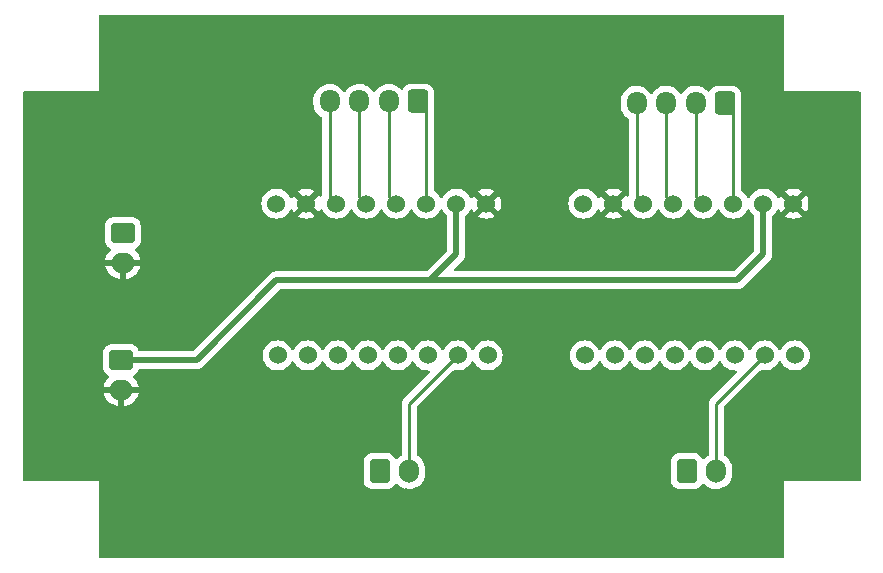
<source format=gbr>
%TF.GenerationSoftware,KiCad,Pcbnew,6.0.6-3a73a75311~116~ubuntu20.04.1*%
%TF.CreationDate,2023-06-18T00:08:06+09:00*%
%TF.ProjectId,catchrobo2023_OtherSubstrate,63617463-6872-46f6-926f-323032335f4f,rev?*%
%TF.SameCoordinates,Original*%
%TF.FileFunction,Copper,L2,Bot*%
%TF.FilePolarity,Positive*%
%FSLAX46Y46*%
G04 Gerber Fmt 4.6, Leading zero omitted, Abs format (unit mm)*
G04 Created by KiCad (PCBNEW 6.0.6-3a73a75311~116~ubuntu20.04.1) date 2023-06-18 00:08:06*
%MOMM*%
%LPD*%
G01*
G04 APERTURE LIST*
G04 Aperture macros list*
%AMRoundRect*
0 Rectangle with rounded corners*
0 $1 Rounding radius*
0 $2 $3 $4 $5 $6 $7 $8 $9 X,Y pos of 4 corners*
0 Add a 4 corners polygon primitive as box body*
4,1,4,$2,$3,$4,$5,$6,$7,$8,$9,$2,$3,0*
0 Add four circle primitives for the rounded corners*
1,1,$1+$1,$2,$3*
1,1,$1+$1,$4,$5*
1,1,$1+$1,$6,$7*
1,1,$1+$1,$8,$9*
0 Add four rect primitives between the rounded corners*
20,1,$1+$1,$2,$3,$4,$5,0*
20,1,$1+$1,$4,$5,$6,$7,0*
20,1,$1+$1,$6,$7,$8,$9,0*
20,1,$1+$1,$8,$9,$2,$3,0*%
G04 Aperture macros list end*
%TA.AperFunction,ComponentPad*%
%ADD10C,1.524000*%
%TD*%
%TA.AperFunction,ComponentPad*%
%ADD11RoundRect,0.250000X0.600000X0.725000X-0.600000X0.725000X-0.600000X-0.725000X0.600000X-0.725000X0*%
%TD*%
%TA.AperFunction,ComponentPad*%
%ADD12O,1.700000X1.950000*%
%TD*%
%TA.AperFunction,ComponentPad*%
%ADD13RoundRect,0.250000X-0.750000X0.600000X-0.750000X-0.600000X0.750000X-0.600000X0.750000X0.600000X0*%
%TD*%
%TA.AperFunction,ComponentPad*%
%ADD14O,2.000000X1.700000*%
%TD*%
%TA.AperFunction,ComponentPad*%
%ADD15RoundRect,0.250000X-0.600000X-0.750000X0.600000X-0.750000X0.600000X0.750000X-0.600000X0.750000X0*%
%TD*%
%TA.AperFunction,ComponentPad*%
%ADD16O,1.700000X2.000000*%
%TD*%
%TA.AperFunction,ViaPad*%
%ADD17C,0.800000*%
%TD*%
%TA.AperFunction,Conductor*%
%ADD18C,0.250000*%
%TD*%
%TA.AperFunction,Conductor*%
%ADD19C,0.500000*%
%TD*%
G04 APERTURE END LIST*
D10*
%TO.P,U2,1,EN*%
%TO.N,unconnected-(U2-Pad1)*%
X22110000Y17650000D03*
%TO.P,U2,2,MODE1*%
%TO.N,unconnected-(U2-Pad2)*%
X24650000Y17650000D03*
%TO.P,U2,3,MODE2*%
%TO.N,unconnected-(U2-Pad3)*%
X27190000Y17650000D03*
%TO.P,U2,4,(1)*%
%TO.N,unconnected-(U2-Pad4)*%
X29730000Y17650000D03*
%TO.P,U2,5,(2)*%
%TO.N,unconnected-(U2-Pad5)*%
X32270000Y17650000D03*
%TO.P,U2,6,STBY*%
%TO.N,unconnected-(U2-Pad6)*%
X34810000Y17650000D03*
%TO.P,U2,7,STEP/MODE3*%
%TO.N,Net-(J2-Pad2)*%
X37350000Y17650000D03*
%TO.P,U2,8,DIR/MODE4*%
%TO.N,Net-(J2-Pad1)*%
X39890000Y17650000D03*
%TO.P,U2,9,GND*%
%TO.N,GND*%
X39780000Y30500000D03*
%TO.P,U2,10,VCC*%
%TO.N,+5V*%
X37240000Y30500000D03*
%TO.P,U2,11,A1*%
%TO.N,Net-(J6-Pad1)*%
X34700000Y30500000D03*
%TO.P,U2,12,A2*%
%TO.N,Net-(J6-Pad2)*%
X32160000Y30500000D03*
%TO.P,U2,13,B2*%
%TO.N,Net-(J6-Pad3)*%
X29620000Y30500000D03*
%TO.P,U2,14,B1*%
%TO.N,Net-(J6-Pad4)*%
X27080000Y30500000D03*
%TO.P,U2,15,GND*%
%TO.N,GND*%
X24540000Y30500000D03*
%TO.P,U2,16,VMOT*%
%TO.N,+7.5V*%
X22000000Y30500000D03*
%TD*%
D11*
%TO.P,J5,1,Pin_1*%
%TO.N,Net-(J5-Pad1)*%
X60000000Y39000000D03*
D12*
%TO.P,J5,2,Pin_2*%
%TO.N,Net-(J5-Pad2)*%
X57500000Y39000000D03*
%TO.P,J5,3,Pin_3*%
%TO.N,Net-(J5-Pad3)*%
X55000000Y39000000D03*
%TO.P,J5,4,Pin_4*%
%TO.N,Net-(J5-Pad4)*%
X52500000Y39000000D03*
%TD*%
D11*
%TO.P,J6,1,Pin_1*%
%TO.N,Net-(J6-Pad1)*%
X34000000Y39150000D03*
D12*
%TO.P,J6,2,Pin_2*%
%TO.N,Net-(J6-Pad2)*%
X31500000Y39150000D03*
%TO.P,J6,3,Pin_3*%
%TO.N,Net-(J6-Pad3)*%
X29000000Y39150000D03*
%TO.P,J6,4,Pin_4*%
%TO.N,Net-(J6-Pad4)*%
X26500000Y39150000D03*
%TD*%
D13*
%TO.P,J4,1,Pin_1*%
%TO.N,+7.5V*%
X9000000Y28000000D03*
D14*
%TO.P,J4,2,Pin_2*%
%TO.N,GND*%
X9000000Y25500000D03*
%TD*%
D10*
%TO.P,U1,1,EN*%
%TO.N,unconnected-(U1-Pad1)*%
X48110000Y17650000D03*
%TO.P,U1,2,MODE1*%
%TO.N,unconnected-(U1-Pad2)*%
X50650000Y17650000D03*
%TO.P,U1,3,MODE2*%
%TO.N,unconnected-(U1-Pad3)*%
X53190000Y17650000D03*
%TO.P,U1,4,(1)*%
%TO.N,unconnected-(U1-Pad4)*%
X55730000Y17650000D03*
%TO.P,U1,5,(2)*%
%TO.N,unconnected-(U1-Pad5)*%
X58270000Y17650000D03*
%TO.P,U1,6,STBY*%
%TO.N,unconnected-(U1-Pad6)*%
X60810000Y17650000D03*
%TO.P,U1,7,STEP/MODE3*%
%TO.N,Net-(J1-Pad2)*%
X63350000Y17650000D03*
%TO.P,U1,8,DIR/MODE4*%
%TO.N,Net-(J1-Pad1)*%
X65890000Y17650000D03*
%TO.P,U1,9,GND*%
%TO.N,GND*%
X65780000Y30500000D03*
%TO.P,U1,10,VCC*%
%TO.N,+5V*%
X63240000Y30500000D03*
%TO.P,U1,11,A1*%
%TO.N,Net-(J5-Pad1)*%
X60700000Y30500000D03*
%TO.P,U1,12,A2*%
%TO.N,Net-(J5-Pad2)*%
X58160000Y30500000D03*
%TO.P,U1,13,B2*%
%TO.N,Net-(J5-Pad3)*%
X55620000Y30500000D03*
%TO.P,U1,14,B1*%
%TO.N,Net-(J5-Pad4)*%
X53080000Y30500000D03*
%TO.P,U1,15,GND*%
%TO.N,GND*%
X50540000Y30500000D03*
%TO.P,U1,16,VMOT*%
%TO.N,+7.5V*%
X48000000Y30500000D03*
%TD*%
D13*
%TO.P,J3,1,Pin_1*%
%TO.N,+5V*%
X8850000Y17250000D03*
D14*
%TO.P,J3,2,Pin_2*%
%TO.N,GND*%
X8850000Y14750000D03*
%TD*%
D15*
%TO.P,J1,1,Pin_1*%
%TO.N,Net-(J1-Pad1)*%
X56750000Y7850000D03*
D16*
%TO.P,J1,2,Pin_2*%
%TO.N,Net-(J1-Pad2)*%
X59250000Y7850000D03*
%TD*%
D15*
%TO.P,J2,1,Pin_1*%
%TO.N,Net-(J2-Pad1)*%
X30750000Y7850000D03*
D16*
%TO.P,J2,2,Pin_2*%
%TO.N,Net-(J2-Pad2)*%
X33250000Y7850000D03*
%TD*%
D17*
%TO.N,GND*%
X71000000Y9000000D03*
X31000000Y20000000D03*
X5000000Y39000000D03*
X43000000Y1000000D03*
X21000000Y20000000D03*
X61000000Y20000000D03*
X71000000Y14000000D03*
X41000000Y20000000D03*
X53000000Y11000000D03*
X63000000Y46000000D03*
X18000000Y11000000D03*
X23000000Y6000000D03*
X28000000Y1000000D03*
X48000000Y41000000D03*
X56000000Y20000000D03*
X66000000Y14000000D03*
X66000000Y9000000D03*
X38000000Y1000000D03*
X58000000Y6000000D03*
X36000000Y20000000D03*
X48000000Y46000000D03*
X1000000Y19000000D03*
X38000000Y41000000D03*
X66000000Y34000000D03*
X26000000Y20000000D03*
X66000000Y24000000D03*
X71000000Y24000000D03*
X13000000Y1000000D03*
X43000000Y41000000D03*
X1000000Y14000000D03*
X23000000Y1000000D03*
X53000000Y1000000D03*
X63000000Y6000000D03*
X18000000Y16000000D03*
X1000000Y9000000D03*
X71000000Y19000000D03*
X6000000Y19000000D03*
X28000000Y11000000D03*
X58000000Y41000000D03*
X63000000Y1000000D03*
X23000000Y46000000D03*
X6000000Y14000000D03*
X46000000Y20000000D03*
X53000000Y46000000D03*
X38000000Y6000000D03*
X71000000Y29000000D03*
X18000000Y1000000D03*
X13000000Y6000000D03*
X66000000Y39000000D03*
X13000000Y41000000D03*
X48000000Y6000000D03*
X53000000Y41000000D03*
X66000000Y20000000D03*
X33000000Y41000000D03*
X28000000Y46000000D03*
X18000000Y6000000D03*
X23000000Y41000000D03*
X56000000Y28000000D03*
X8000000Y41000000D03*
X18000000Y46000000D03*
X53000000Y6000000D03*
X23000000Y11000000D03*
X18000000Y41000000D03*
X71000000Y39000000D03*
X28000000Y6000000D03*
X58000000Y46000000D03*
X43000000Y6000000D03*
X38000000Y11000000D03*
X63000000Y41000000D03*
X8000000Y46000000D03*
X71000000Y34000000D03*
X8000000Y1000000D03*
X38000000Y46000000D03*
X48000000Y11000000D03*
X43000000Y16000000D03*
X6000000Y9000000D03*
X43000000Y11000000D03*
X33000000Y46000000D03*
X28000000Y41000000D03*
X43000000Y46000000D03*
X1000000Y39000000D03*
X1000000Y29000000D03*
X51000000Y20000000D03*
X13000000Y46000000D03*
X1000000Y34000000D03*
X33000000Y6000000D03*
X48000000Y1000000D03*
X13000000Y11000000D03*
X33000000Y1000000D03*
X58000000Y1000000D03*
X61000000Y28000000D03*
X1000000Y24000000D03*
%TD*%
D18*
%TO.N,Net-(J1-Pad2)*%
X59250000Y7850000D02*
X59250000Y13550000D01*
X59250000Y13550000D02*
X63350000Y17650000D01*
%TO.N,Net-(J2-Pad2)*%
X33250000Y13550000D02*
X37350000Y17650000D01*
X33250000Y7850000D02*
X33250000Y13550000D01*
D19*
%TO.N,+5V*%
X8850000Y17250000D02*
X15250000Y17250000D01*
X15250000Y17250000D02*
X22000000Y24000000D01*
X37240000Y26240000D02*
X37240000Y30500000D01*
X35000000Y24000000D02*
X61000000Y24000000D01*
X63240000Y26240000D02*
X63240000Y30500000D01*
X22000000Y24000000D02*
X35000000Y24000000D01*
X35000000Y24000000D02*
X37240000Y26240000D01*
X61000000Y24000000D02*
X63240000Y26240000D01*
D18*
%TO.N,Net-(J5-Pad1)*%
X60000000Y39000000D02*
X60700000Y38300000D01*
X60700000Y38300000D02*
X60700000Y30500000D01*
%TO.N,Net-(J5-Pad2)*%
X57500000Y39000000D02*
X57500000Y31160000D01*
X57500000Y31160000D02*
X58160000Y30500000D01*
%TO.N,Net-(J5-Pad3)*%
X55000000Y31120000D02*
X55620000Y30500000D01*
X55000000Y39000000D02*
X55000000Y31120000D01*
%TO.N,Net-(J5-Pad4)*%
X52500000Y31080000D02*
X53080000Y30500000D01*
X52500000Y39000000D02*
X52500000Y31080000D01*
%TO.N,Net-(J6-Pad1)*%
X34700000Y38450000D02*
X34700000Y30500000D01*
X34000000Y39150000D02*
X34700000Y38450000D01*
%TO.N,Net-(J6-Pad2)*%
X31500000Y39150000D02*
X31500000Y31160000D01*
X31500000Y31160000D02*
X32160000Y30500000D01*
%TO.N,Net-(J6-Pad3)*%
X29000000Y31120000D02*
X29620000Y30500000D01*
X29000000Y39150000D02*
X29000000Y31120000D01*
%TO.N,Net-(J6-Pad4)*%
X26500000Y39150000D02*
X26500000Y31080000D01*
X26500000Y31080000D02*
X27080000Y30500000D01*
%TD*%
%TA.AperFunction,Conductor*%
%TO.N,GND*%
G36*
X64942121Y46471498D02*
G01*
X64988614Y46417842D01*
X65000000Y46365500D01*
X65000000Y40000000D01*
X71365500Y40000000D01*
X71433621Y39979998D01*
X71480114Y39926342D01*
X71491500Y39874000D01*
X71491500Y7126000D01*
X71471498Y7057879D01*
X71417842Y7011386D01*
X71365500Y7000000D01*
X65000000Y7000000D01*
X65000000Y634500D01*
X64979998Y566379D01*
X64926342Y519886D01*
X64874000Y508500D01*
X7126000Y508500D01*
X7057879Y528502D01*
X7011386Y582158D01*
X7000000Y634500D01*
X7000000Y7000000D01*
X634500Y7000000D01*
X566379Y7020002D01*
X519886Y7073658D01*
X508500Y7126000D01*
X508500Y14481420D01*
X7368752Y14481420D01*
X7393477Y14363579D01*
X7396537Y14353383D01*
X7477263Y14148971D01*
X7481994Y14139439D01*
X7596016Y13951538D01*
X7602280Y13942948D01*
X7746327Y13776948D01*
X7753958Y13769528D01*
X7923911Y13630174D01*
X7932678Y13624150D01*
X8123682Y13515424D01*
X8133346Y13510959D01*
X8339941Y13435969D01*
X8350208Y13433198D01*
X8567655Y13393877D01*
X8575884Y13392944D01*
X8580376Y13392732D01*
X8593124Y13396475D01*
X8594329Y13397865D01*
X8596000Y13405548D01*
X8596000Y13414030D01*
X9104000Y13414030D01*
X9108310Y13399352D01*
X9120193Y13397289D01*
X9224325Y13406124D01*
X9234797Y13407914D01*
X9447535Y13463130D01*
X9457575Y13466665D01*
X9657970Y13556937D01*
X9667256Y13562106D01*
X9849575Y13684850D01*
X9857870Y13691519D01*
X10016900Y13843228D01*
X10023941Y13851186D01*
X10155141Y14027525D01*
X10160745Y14036562D01*
X10260357Y14232484D01*
X10264357Y14242335D01*
X10329534Y14452240D01*
X10331817Y14462624D01*
X10333861Y14478043D01*
X10331665Y14492207D01*
X10318478Y14496000D01*
X9122115Y14496000D01*
X9106876Y14491525D01*
X9105671Y14490135D01*
X9104000Y14482452D01*
X9104000Y13414030D01*
X8596000Y13414030D01*
X8596000Y14477885D01*
X8591525Y14493124D01*
X8590135Y14494329D01*
X8582452Y14496000D01*
X7383808Y14496000D01*
X7370277Y14492027D01*
X7368752Y14481420D01*
X508500Y14481420D01*
X508500Y16599600D01*
X7341500Y16599600D01*
X7341837Y16596354D01*
X7341837Y16596350D01*
X7351288Y16505267D01*
X7352474Y16493834D01*
X7354655Y16487298D01*
X7354655Y16487296D01*
X7376001Y16423314D01*
X7408450Y16326054D01*
X7501522Y16175652D01*
X7626697Y16050695D01*
X7772258Y15960970D01*
X7772780Y15960648D01*
X7820273Y15907876D01*
X7831697Y15837804D01*
X7803423Y15772680D01*
X7793636Y15762218D01*
X7683094Y15656766D01*
X7676059Y15648814D01*
X7544859Y15472475D01*
X7539255Y15463438D01*
X7439643Y15267516D01*
X7435643Y15257665D01*
X7370466Y15047760D01*
X7368183Y15037376D01*
X7366139Y15021957D01*
X7368335Y15007793D01*
X7381522Y15004000D01*
X10316192Y15004000D01*
X10329723Y15007973D01*
X10331248Y15018580D01*
X10306523Y15136421D01*
X10303463Y15146617D01*
X10222737Y15351029D01*
X10218006Y15360561D01*
X10103984Y15548462D01*
X10097720Y15557052D01*
X9953673Y15723052D01*
X9946044Y15730470D01*
X9914431Y15756391D01*
X9874436Y15815051D01*
X9872504Y15886021D01*
X9909248Y15946770D01*
X9928018Y15960970D01*
X10068120Y16047668D01*
X10074348Y16051522D01*
X10199305Y16176697D01*
X10292115Y16327262D01*
X10314258Y16394022D01*
X10317955Y16405167D01*
X10358386Y16463527D01*
X10423950Y16490764D01*
X10437548Y16491500D01*
X15182930Y16491500D01*
X15201880Y16490067D01*
X15216115Y16487901D01*
X15216119Y16487901D01*
X15223349Y16486801D01*
X15230641Y16487394D01*
X15230644Y16487394D01*
X15276018Y16491085D01*
X15286233Y16491500D01*
X15294293Y16491500D01*
X15307583Y16493049D01*
X15322507Y16494789D01*
X15326882Y16495222D01*
X15392339Y16500546D01*
X15392342Y16500547D01*
X15399637Y16501140D01*
X15406601Y16503396D01*
X15412560Y16504587D01*
X15418415Y16505971D01*
X15425681Y16506818D01*
X15494327Y16531735D01*
X15498455Y16533152D01*
X15560936Y16553393D01*
X15560938Y16553394D01*
X15567899Y16555649D01*
X15574154Y16559445D01*
X15579628Y16561951D01*
X15585058Y16564670D01*
X15591937Y16567167D01*
X15652976Y16607186D01*
X15656680Y16609523D01*
X15719107Y16647405D01*
X15727484Y16654803D01*
X15727508Y16654776D01*
X15730500Y16657429D01*
X15733733Y16660132D01*
X15739852Y16664144D01*
X15793128Y16720383D01*
X15795506Y16722825D01*
X16722681Y17650000D01*
X20834647Y17650000D01*
X20854022Y17428537D01*
X20911560Y17213804D01*
X20913882Y17208823D01*
X20913883Y17208822D01*
X21003186Y17017311D01*
X21003189Y17017306D01*
X21005512Y17012324D01*
X21133023Y16830219D01*
X21290219Y16673023D01*
X21294727Y16669866D01*
X21294730Y16669864D01*
X21326805Y16647405D01*
X21472323Y16545512D01*
X21477305Y16543189D01*
X21477310Y16543186D01*
X21668822Y16453883D01*
X21673804Y16451560D01*
X21679112Y16450138D01*
X21679114Y16450137D01*
X21744949Y16432497D01*
X21888537Y16394022D01*
X22110000Y16374647D01*
X22331463Y16394022D01*
X22475051Y16432497D01*
X22540886Y16450137D01*
X22540888Y16450138D01*
X22546196Y16451560D01*
X22551178Y16453883D01*
X22742690Y16543186D01*
X22742695Y16543189D01*
X22747677Y16545512D01*
X22893195Y16647405D01*
X22925270Y16669864D01*
X22925273Y16669866D01*
X22929781Y16673023D01*
X23086977Y16830219D01*
X23214488Y17012324D01*
X23216811Y17017306D01*
X23216814Y17017311D01*
X23265805Y17122373D01*
X23312723Y17175658D01*
X23381000Y17195119D01*
X23448960Y17174577D01*
X23494195Y17122373D01*
X23543186Y17017311D01*
X23543189Y17017306D01*
X23545512Y17012324D01*
X23673023Y16830219D01*
X23830219Y16673023D01*
X23834727Y16669866D01*
X23834730Y16669864D01*
X23866805Y16647405D01*
X24012323Y16545512D01*
X24017305Y16543189D01*
X24017310Y16543186D01*
X24208822Y16453883D01*
X24213804Y16451560D01*
X24219112Y16450138D01*
X24219114Y16450137D01*
X24284949Y16432497D01*
X24428537Y16394022D01*
X24650000Y16374647D01*
X24871463Y16394022D01*
X25015051Y16432497D01*
X25080886Y16450137D01*
X25080888Y16450138D01*
X25086196Y16451560D01*
X25091178Y16453883D01*
X25282690Y16543186D01*
X25282695Y16543189D01*
X25287677Y16545512D01*
X25433195Y16647405D01*
X25465270Y16669864D01*
X25465273Y16669866D01*
X25469781Y16673023D01*
X25626977Y16830219D01*
X25754488Y17012324D01*
X25756811Y17017306D01*
X25756814Y17017311D01*
X25805805Y17122373D01*
X25852723Y17175658D01*
X25921000Y17195119D01*
X25988960Y17174577D01*
X26034195Y17122373D01*
X26083186Y17017311D01*
X26083189Y17017306D01*
X26085512Y17012324D01*
X26213023Y16830219D01*
X26370219Y16673023D01*
X26374727Y16669866D01*
X26374730Y16669864D01*
X26406805Y16647405D01*
X26552323Y16545512D01*
X26557305Y16543189D01*
X26557310Y16543186D01*
X26748822Y16453883D01*
X26753804Y16451560D01*
X26759112Y16450138D01*
X26759114Y16450137D01*
X26824949Y16432497D01*
X26968537Y16394022D01*
X27190000Y16374647D01*
X27411463Y16394022D01*
X27555051Y16432497D01*
X27620886Y16450137D01*
X27620888Y16450138D01*
X27626196Y16451560D01*
X27631178Y16453883D01*
X27822690Y16543186D01*
X27822695Y16543189D01*
X27827677Y16545512D01*
X27973195Y16647405D01*
X28005270Y16669864D01*
X28005273Y16669866D01*
X28009781Y16673023D01*
X28166977Y16830219D01*
X28294488Y17012324D01*
X28296811Y17017306D01*
X28296814Y17017311D01*
X28345805Y17122373D01*
X28392723Y17175658D01*
X28461000Y17195119D01*
X28528960Y17174577D01*
X28574195Y17122373D01*
X28623186Y17017311D01*
X28623189Y17017306D01*
X28625512Y17012324D01*
X28753023Y16830219D01*
X28910219Y16673023D01*
X28914727Y16669866D01*
X28914730Y16669864D01*
X28946805Y16647405D01*
X29092323Y16545512D01*
X29097305Y16543189D01*
X29097310Y16543186D01*
X29288822Y16453883D01*
X29293804Y16451560D01*
X29299112Y16450138D01*
X29299114Y16450137D01*
X29364949Y16432497D01*
X29508537Y16394022D01*
X29730000Y16374647D01*
X29951463Y16394022D01*
X30095051Y16432497D01*
X30160886Y16450137D01*
X30160888Y16450138D01*
X30166196Y16451560D01*
X30171178Y16453883D01*
X30362690Y16543186D01*
X30362695Y16543189D01*
X30367677Y16545512D01*
X30513195Y16647405D01*
X30545270Y16669864D01*
X30545273Y16669866D01*
X30549781Y16673023D01*
X30706977Y16830219D01*
X30834488Y17012324D01*
X30836811Y17017306D01*
X30836814Y17017311D01*
X30885805Y17122373D01*
X30932723Y17175658D01*
X31001000Y17195119D01*
X31068960Y17174577D01*
X31114195Y17122373D01*
X31163186Y17017311D01*
X31163189Y17017306D01*
X31165512Y17012324D01*
X31293023Y16830219D01*
X31450219Y16673023D01*
X31454727Y16669866D01*
X31454730Y16669864D01*
X31486805Y16647405D01*
X31632323Y16545512D01*
X31637305Y16543189D01*
X31637310Y16543186D01*
X31828822Y16453883D01*
X31833804Y16451560D01*
X31839112Y16450138D01*
X31839114Y16450137D01*
X31904949Y16432497D01*
X32048537Y16394022D01*
X32270000Y16374647D01*
X32491463Y16394022D01*
X32635051Y16432497D01*
X32700886Y16450137D01*
X32700888Y16450138D01*
X32706196Y16451560D01*
X32711178Y16453883D01*
X32902690Y16543186D01*
X32902695Y16543189D01*
X32907677Y16545512D01*
X33053195Y16647405D01*
X33085270Y16669864D01*
X33085273Y16669866D01*
X33089781Y16673023D01*
X33246977Y16830219D01*
X33374488Y17012324D01*
X33376811Y17017306D01*
X33376814Y17017311D01*
X33425805Y17122373D01*
X33472723Y17175658D01*
X33541000Y17195119D01*
X33608960Y17174577D01*
X33654195Y17122373D01*
X33703186Y17017311D01*
X33703189Y17017306D01*
X33705512Y17012324D01*
X33833023Y16830219D01*
X33990219Y16673023D01*
X33994727Y16669866D01*
X33994730Y16669864D01*
X34026805Y16647405D01*
X34172323Y16545512D01*
X34177305Y16543189D01*
X34177310Y16543186D01*
X34368822Y16453883D01*
X34373804Y16451560D01*
X34379112Y16450138D01*
X34379114Y16450137D01*
X34444949Y16432497D01*
X34588537Y16394022D01*
X34810000Y16374647D01*
X34815475Y16375126D01*
X34869233Y16379829D01*
X34938838Y16365839D01*
X34989830Y16316440D01*
X35006020Y16247314D01*
X34982267Y16180409D01*
X34969310Y16165214D01*
X33851855Y15047760D01*
X32857747Y14053652D01*
X32849461Y14046112D01*
X32842982Y14042000D01*
X32837557Y14036223D01*
X32796357Y13992349D01*
X32793602Y13989507D01*
X32773865Y13969770D01*
X32771385Y13966573D01*
X32763682Y13957553D01*
X32733414Y13925321D01*
X32729595Y13918375D01*
X32729593Y13918372D01*
X32723652Y13907566D01*
X32712801Y13891047D01*
X32700386Y13875041D01*
X32697241Y13867772D01*
X32697238Y13867768D01*
X32682826Y13834463D01*
X32677609Y13823813D01*
X32656305Y13785060D01*
X32654334Y13777385D01*
X32654334Y13777384D01*
X32651267Y13765438D01*
X32644863Y13746734D01*
X32636819Y13728145D01*
X32635580Y13720322D01*
X32635577Y13720312D01*
X32629901Y13684476D01*
X32627495Y13672856D01*
X32616500Y13630030D01*
X32616500Y13609776D01*
X32614949Y13590066D01*
X32611780Y13570057D01*
X32612526Y13562165D01*
X32615941Y13526039D01*
X32616500Y13514181D01*
X32616500Y9275596D01*
X32596498Y9207475D01*
X32555867Y9167878D01*
X32446683Y9101623D01*
X32442653Y9098126D01*
X32349484Y9017278D01*
X32272555Y8950523D01*
X32243330Y8914880D01*
X32184671Y8874886D01*
X32113701Y8872954D01*
X32052952Y8909698D01*
X32038752Y8928468D01*
X31952332Y9068120D01*
X31948478Y9074348D01*
X31823303Y9199305D01*
X31699537Y9275596D01*
X31678968Y9288275D01*
X31678966Y9288276D01*
X31672738Y9292115D01*
X31512254Y9345345D01*
X31511389Y9345632D01*
X31511387Y9345632D01*
X31504861Y9347797D01*
X31498025Y9348497D01*
X31498022Y9348498D01*
X31454969Y9352909D01*
X31400400Y9358500D01*
X30099600Y9358500D01*
X30096354Y9358163D01*
X30096350Y9358163D01*
X30000692Y9348238D01*
X30000688Y9348237D01*
X29993834Y9347526D01*
X29987298Y9345345D01*
X29987296Y9345345D01*
X29855194Y9301272D01*
X29826054Y9291550D01*
X29675652Y9198478D01*
X29550695Y9073303D01*
X29546855Y9067073D01*
X29546854Y9067072D01*
X29516161Y9017278D01*
X29457885Y8922738D01*
X29402203Y8754861D01*
X29391500Y8650400D01*
X29391500Y7049600D01*
X29402474Y6943834D01*
X29404655Y6937298D01*
X29404655Y6937296D01*
X29440033Y6831256D01*
X29458450Y6776054D01*
X29551522Y6625652D01*
X29676697Y6500695D01*
X29682927Y6496855D01*
X29682928Y6496854D01*
X29820090Y6412306D01*
X29827262Y6407885D01*
X29862938Y6396052D01*
X29988611Y6354368D01*
X29988613Y6354368D01*
X29995139Y6352203D01*
X30001975Y6351503D01*
X30001978Y6351502D01*
X30037663Y6347846D01*
X30099600Y6341500D01*
X31400400Y6341500D01*
X31403646Y6341837D01*
X31403650Y6341837D01*
X31499308Y6351762D01*
X31499312Y6351763D01*
X31506166Y6352474D01*
X31512702Y6354655D01*
X31512704Y6354655D01*
X31644806Y6398728D01*
X31673946Y6408450D01*
X31824348Y6501522D01*
X31949305Y6626697D01*
X32039081Y6772340D01*
X32091852Y6819832D01*
X32161924Y6831256D01*
X32227048Y6802982D01*
X32237510Y6793195D01*
X32279215Y6749477D01*
X32346576Y6678865D01*
X32531542Y6541246D01*
X32536293Y6538830D01*
X32536297Y6538828D01*
X32599481Y6506704D01*
X32737051Y6436760D01*
X32742145Y6435178D01*
X32742148Y6435177D01*
X32942020Y6373115D01*
X32957227Y6368393D01*
X32962516Y6367692D01*
X33180489Y6338802D01*
X33180494Y6338802D01*
X33185774Y6338102D01*
X33191103Y6338302D01*
X33191105Y6338302D01*
X33300966Y6342427D01*
X33416158Y6346751D01*
X33438802Y6351502D01*
X33636572Y6392998D01*
X33641791Y6394093D01*
X33646750Y6396051D01*
X33646752Y6396052D01*
X33851256Y6476815D01*
X33851258Y6476816D01*
X33856221Y6478776D01*
X33892343Y6500695D01*
X34048757Y6595610D01*
X34048756Y6595610D01*
X34053317Y6598377D01*
X34093134Y6632928D01*
X34223412Y6745977D01*
X34223414Y6745979D01*
X34227445Y6749477D01*
X34294500Y6831256D01*
X34370240Y6923627D01*
X34370244Y6923633D01*
X34373624Y6927755D01*
X34487675Y7128114D01*
X34566337Y7344825D01*
X34567287Y7350077D01*
X34606623Y7567608D01*
X34606624Y7567615D01*
X34607361Y7571692D01*
X34608500Y7595844D01*
X34608500Y8057890D01*
X34593920Y8229720D01*
X34592582Y8234875D01*
X34592581Y8234881D01*
X34537343Y8447703D01*
X34537342Y8447707D01*
X34536001Y8452872D01*
X34441312Y8663075D01*
X34312559Y8854319D01*
X34253918Y8915791D01*
X34241347Y8928968D01*
X34153424Y9021135D01*
X33968458Y9158754D01*
X33963706Y9161170D01*
X33963698Y9161175D01*
X33952394Y9166922D01*
X33900737Y9215625D01*
X33883500Y9279238D01*
X33883500Y13235406D01*
X33903502Y13303527D01*
X33920405Y13324501D01*
X36967778Y16371874D01*
X37030090Y16405900D01*
X37089484Y16404486D01*
X37112358Y16398357D01*
X37128537Y16394022D01*
X37350000Y16374647D01*
X37571463Y16394022D01*
X37715051Y16432497D01*
X37780886Y16450137D01*
X37780888Y16450138D01*
X37786196Y16451560D01*
X37791178Y16453883D01*
X37982690Y16543186D01*
X37982695Y16543189D01*
X37987677Y16545512D01*
X38133195Y16647405D01*
X38165270Y16669864D01*
X38165273Y16669866D01*
X38169781Y16673023D01*
X38326977Y16830219D01*
X38454488Y17012324D01*
X38456811Y17017306D01*
X38456814Y17017311D01*
X38505805Y17122373D01*
X38552723Y17175658D01*
X38621000Y17195119D01*
X38688960Y17174577D01*
X38734195Y17122373D01*
X38783186Y17017311D01*
X38783189Y17017306D01*
X38785512Y17012324D01*
X38913023Y16830219D01*
X39070219Y16673023D01*
X39074727Y16669866D01*
X39074730Y16669864D01*
X39106805Y16647405D01*
X39252323Y16545512D01*
X39257305Y16543189D01*
X39257310Y16543186D01*
X39448822Y16453883D01*
X39453804Y16451560D01*
X39459112Y16450138D01*
X39459114Y16450137D01*
X39524949Y16432497D01*
X39668537Y16394022D01*
X39890000Y16374647D01*
X40111463Y16394022D01*
X40255051Y16432497D01*
X40320886Y16450137D01*
X40320888Y16450138D01*
X40326196Y16451560D01*
X40331178Y16453883D01*
X40522690Y16543186D01*
X40522695Y16543189D01*
X40527677Y16545512D01*
X40673195Y16647405D01*
X40705270Y16669864D01*
X40705273Y16669866D01*
X40709781Y16673023D01*
X40866977Y16830219D01*
X40994488Y17012324D01*
X40996811Y17017306D01*
X40996814Y17017311D01*
X41086117Y17208822D01*
X41086118Y17208823D01*
X41088440Y17213804D01*
X41145978Y17428537D01*
X41165353Y17650000D01*
X46834647Y17650000D01*
X46854022Y17428537D01*
X46911560Y17213804D01*
X46913882Y17208823D01*
X46913883Y17208822D01*
X47003186Y17017311D01*
X47003189Y17017306D01*
X47005512Y17012324D01*
X47133023Y16830219D01*
X47290219Y16673023D01*
X47294727Y16669866D01*
X47294730Y16669864D01*
X47326805Y16647405D01*
X47472323Y16545512D01*
X47477305Y16543189D01*
X47477310Y16543186D01*
X47668822Y16453883D01*
X47673804Y16451560D01*
X47679112Y16450138D01*
X47679114Y16450137D01*
X47744949Y16432497D01*
X47888537Y16394022D01*
X48110000Y16374647D01*
X48331463Y16394022D01*
X48475051Y16432497D01*
X48540886Y16450137D01*
X48540888Y16450138D01*
X48546196Y16451560D01*
X48551178Y16453883D01*
X48742690Y16543186D01*
X48742695Y16543189D01*
X48747677Y16545512D01*
X48893195Y16647405D01*
X48925270Y16669864D01*
X48925273Y16669866D01*
X48929781Y16673023D01*
X49086977Y16830219D01*
X49214488Y17012324D01*
X49216811Y17017306D01*
X49216814Y17017311D01*
X49265805Y17122373D01*
X49312723Y17175658D01*
X49381000Y17195119D01*
X49448960Y17174577D01*
X49494195Y17122373D01*
X49543186Y17017311D01*
X49543189Y17017306D01*
X49545512Y17012324D01*
X49673023Y16830219D01*
X49830219Y16673023D01*
X49834727Y16669866D01*
X49834730Y16669864D01*
X49866805Y16647405D01*
X50012323Y16545512D01*
X50017305Y16543189D01*
X50017310Y16543186D01*
X50208822Y16453883D01*
X50213804Y16451560D01*
X50219112Y16450138D01*
X50219114Y16450137D01*
X50284949Y16432497D01*
X50428537Y16394022D01*
X50650000Y16374647D01*
X50871463Y16394022D01*
X51015051Y16432497D01*
X51080886Y16450137D01*
X51080888Y16450138D01*
X51086196Y16451560D01*
X51091178Y16453883D01*
X51282690Y16543186D01*
X51282695Y16543189D01*
X51287677Y16545512D01*
X51433195Y16647405D01*
X51465270Y16669864D01*
X51465273Y16669866D01*
X51469781Y16673023D01*
X51626977Y16830219D01*
X51754488Y17012324D01*
X51756811Y17017306D01*
X51756814Y17017311D01*
X51805805Y17122373D01*
X51852723Y17175658D01*
X51921000Y17195119D01*
X51988960Y17174577D01*
X52034195Y17122373D01*
X52083186Y17017311D01*
X52083189Y17017306D01*
X52085512Y17012324D01*
X52213023Y16830219D01*
X52370219Y16673023D01*
X52374727Y16669866D01*
X52374730Y16669864D01*
X52406805Y16647405D01*
X52552323Y16545512D01*
X52557305Y16543189D01*
X52557310Y16543186D01*
X52748822Y16453883D01*
X52753804Y16451560D01*
X52759112Y16450138D01*
X52759114Y16450137D01*
X52824949Y16432497D01*
X52968537Y16394022D01*
X53190000Y16374647D01*
X53411463Y16394022D01*
X53555051Y16432497D01*
X53620886Y16450137D01*
X53620888Y16450138D01*
X53626196Y16451560D01*
X53631178Y16453883D01*
X53822690Y16543186D01*
X53822695Y16543189D01*
X53827677Y16545512D01*
X53973195Y16647405D01*
X54005270Y16669864D01*
X54005273Y16669866D01*
X54009781Y16673023D01*
X54166977Y16830219D01*
X54294488Y17012324D01*
X54296811Y17017306D01*
X54296814Y17017311D01*
X54345805Y17122373D01*
X54392723Y17175658D01*
X54461000Y17195119D01*
X54528960Y17174577D01*
X54574195Y17122373D01*
X54623186Y17017311D01*
X54623189Y17017306D01*
X54625512Y17012324D01*
X54753023Y16830219D01*
X54910219Y16673023D01*
X54914727Y16669866D01*
X54914730Y16669864D01*
X54946805Y16647405D01*
X55092323Y16545512D01*
X55097305Y16543189D01*
X55097310Y16543186D01*
X55288822Y16453883D01*
X55293804Y16451560D01*
X55299112Y16450138D01*
X55299114Y16450137D01*
X55364949Y16432497D01*
X55508537Y16394022D01*
X55730000Y16374647D01*
X55951463Y16394022D01*
X56095051Y16432497D01*
X56160886Y16450137D01*
X56160888Y16450138D01*
X56166196Y16451560D01*
X56171178Y16453883D01*
X56362690Y16543186D01*
X56362695Y16543189D01*
X56367677Y16545512D01*
X56513195Y16647405D01*
X56545270Y16669864D01*
X56545273Y16669866D01*
X56549781Y16673023D01*
X56706977Y16830219D01*
X56834488Y17012324D01*
X56836811Y17017306D01*
X56836814Y17017311D01*
X56885805Y17122373D01*
X56932723Y17175658D01*
X57001000Y17195119D01*
X57068960Y17174577D01*
X57114195Y17122373D01*
X57163186Y17017311D01*
X57163189Y17017306D01*
X57165512Y17012324D01*
X57293023Y16830219D01*
X57450219Y16673023D01*
X57454727Y16669866D01*
X57454730Y16669864D01*
X57486805Y16647405D01*
X57632323Y16545512D01*
X57637305Y16543189D01*
X57637310Y16543186D01*
X57828822Y16453883D01*
X57833804Y16451560D01*
X57839112Y16450138D01*
X57839114Y16450137D01*
X57904949Y16432497D01*
X58048537Y16394022D01*
X58270000Y16374647D01*
X58491463Y16394022D01*
X58635051Y16432497D01*
X58700886Y16450137D01*
X58700888Y16450138D01*
X58706196Y16451560D01*
X58711178Y16453883D01*
X58902690Y16543186D01*
X58902695Y16543189D01*
X58907677Y16545512D01*
X59053195Y16647405D01*
X59085270Y16669864D01*
X59085273Y16669866D01*
X59089781Y16673023D01*
X59246977Y16830219D01*
X59374488Y17012324D01*
X59376811Y17017306D01*
X59376814Y17017311D01*
X59425805Y17122373D01*
X59472723Y17175658D01*
X59541000Y17195119D01*
X59608960Y17174577D01*
X59654195Y17122373D01*
X59703186Y17017311D01*
X59703189Y17017306D01*
X59705512Y17012324D01*
X59833023Y16830219D01*
X59990219Y16673023D01*
X59994727Y16669866D01*
X59994730Y16669864D01*
X60026805Y16647405D01*
X60172323Y16545512D01*
X60177305Y16543189D01*
X60177310Y16543186D01*
X60368822Y16453883D01*
X60373804Y16451560D01*
X60379112Y16450138D01*
X60379114Y16450137D01*
X60444949Y16432497D01*
X60588537Y16394022D01*
X60810000Y16374647D01*
X60815475Y16375126D01*
X60869233Y16379829D01*
X60938838Y16365839D01*
X60989830Y16316440D01*
X61006020Y16247314D01*
X60982267Y16180409D01*
X60969310Y16165214D01*
X59851855Y15047760D01*
X58857747Y14053652D01*
X58849461Y14046112D01*
X58842982Y14042000D01*
X58837557Y14036223D01*
X58796357Y13992349D01*
X58793602Y13989507D01*
X58773865Y13969770D01*
X58771385Y13966573D01*
X58763682Y13957553D01*
X58733414Y13925321D01*
X58729595Y13918375D01*
X58729593Y13918372D01*
X58723652Y13907566D01*
X58712801Y13891047D01*
X58700386Y13875041D01*
X58697241Y13867772D01*
X58697238Y13867768D01*
X58682826Y13834463D01*
X58677609Y13823813D01*
X58656305Y13785060D01*
X58654334Y13777385D01*
X58654334Y13777384D01*
X58651267Y13765438D01*
X58644863Y13746734D01*
X58636819Y13728145D01*
X58635580Y13720322D01*
X58635577Y13720312D01*
X58629901Y13684476D01*
X58627495Y13672856D01*
X58616500Y13630030D01*
X58616500Y13609776D01*
X58614949Y13590066D01*
X58611780Y13570057D01*
X58612526Y13562165D01*
X58615941Y13526039D01*
X58616500Y13514181D01*
X58616500Y9275596D01*
X58596498Y9207475D01*
X58555867Y9167878D01*
X58446683Y9101623D01*
X58442653Y9098126D01*
X58349484Y9017278D01*
X58272555Y8950523D01*
X58243330Y8914880D01*
X58184671Y8874886D01*
X58113701Y8872954D01*
X58052952Y8909698D01*
X58038752Y8928468D01*
X57952332Y9068120D01*
X57948478Y9074348D01*
X57823303Y9199305D01*
X57699537Y9275596D01*
X57678968Y9288275D01*
X57678966Y9288276D01*
X57672738Y9292115D01*
X57512254Y9345345D01*
X57511389Y9345632D01*
X57511387Y9345632D01*
X57504861Y9347797D01*
X57498025Y9348497D01*
X57498022Y9348498D01*
X57454969Y9352909D01*
X57400400Y9358500D01*
X56099600Y9358500D01*
X56096354Y9358163D01*
X56096350Y9358163D01*
X56000692Y9348238D01*
X56000688Y9348237D01*
X55993834Y9347526D01*
X55987298Y9345345D01*
X55987296Y9345345D01*
X55855194Y9301272D01*
X55826054Y9291550D01*
X55675652Y9198478D01*
X55550695Y9073303D01*
X55546855Y9067073D01*
X55546854Y9067072D01*
X55516161Y9017278D01*
X55457885Y8922738D01*
X55402203Y8754861D01*
X55391500Y8650400D01*
X55391500Y7049600D01*
X55402474Y6943834D01*
X55404655Y6937298D01*
X55404655Y6937296D01*
X55440033Y6831256D01*
X55458450Y6776054D01*
X55551522Y6625652D01*
X55676697Y6500695D01*
X55682927Y6496855D01*
X55682928Y6496854D01*
X55820090Y6412306D01*
X55827262Y6407885D01*
X55862938Y6396052D01*
X55988611Y6354368D01*
X55988613Y6354368D01*
X55995139Y6352203D01*
X56001975Y6351503D01*
X56001978Y6351502D01*
X56037663Y6347846D01*
X56099600Y6341500D01*
X57400400Y6341500D01*
X57403646Y6341837D01*
X57403650Y6341837D01*
X57499308Y6351762D01*
X57499312Y6351763D01*
X57506166Y6352474D01*
X57512702Y6354655D01*
X57512704Y6354655D01*
X57644806Y6398728D01*
X57673946Y6408450D01*
X57824348Y6501522D01*
X57949305Y6626697D01*
X58039081Y6772340D01*
X58091852Y6819832D01*
X58161924Y6831256D01*
X58227048Y6802982D01*
X58237510Y6793195D01*
X58279215Y6749477D01*
X58346576Y6678865D01*
X58531542Y6541246D01*
X58536293Y6538830D01*
X58536297Y6538828D01*
X58599481Y6506704D01*
X58737051Y6436760D01*
X58742145Y6435178D01*
X58742148Y6435177D01*
X58942020Y6373115D01*
X58957227Y6368393D01*
X58962516Y6367692D01*
X59180489Y6338802D01*
X59180494Y6338802D01*
X59185774Y6338102D01*
X59191103Y6338302D01*
X59191105Y6338302D01*
X59300966Y6342427D01*
X59416158Y6346751D01*
X59438802Y6351502D01*
X59636572Y6392998D01*
X59641791Y6394093D01*
X59646750Y6396051D01*
X59646752Y6396052D01*
X59851256Y6476815D01*
X59851258Y6476816D01*
X59856221Y6478776D01*
X59892343Y6500695D01*
X60048757Y6595610D01*
X60048756Y6595610D01*
X60053317Y6598377D01*
X60093134Y6632928D01*
X60223412Y6745977D01*
X60223414Y6745979D01*
X60227445Y6749477D01*
X60294500Y6831256D01*
X60370240Y6923627D01*
X60370244Y6923633D01*
X60373624Y6927755D01*
X60487675Y7128114D01*
X60566337Y7344825D01*
X60567287Y7350077D01*
X60606623Y7567608D01*
X60606624Y7567615D01*
X60607361Y7571692D01*
X60608500Y7595844D01*
X60608500Y8057890D01*
X60593920Y8229720D01*
X60592582Y8234875D01*
X60592581Y8234881D01*
X60537343Y8447703D01*
X60537342Y8447707D01*
X60536001Y8452872D01*
X60441312Y8663075D01*
X60312559Y8854319D01*
X60253918Y8915791D01*
X60241347Y8928968D01*
X60153424Y9021135D01*
X59968458Y9158754D01*
X59963706Y9161170D01*
X59963698Y9161175D01*
X59952394Y9166922D01*
X59900737Y9215625D01*
X59883500Y9279238D01*
X59883500Y13235406D01*
X59903502Y13303527D01*
X59920405Y13324501D01*
X62967778Y16371874D01*
X63030090Y16405900D01*
X63089484Y16404486D01*
X63112358Y16398357D01*
X63128537Y16394022D01*
X63350000Y16374647D01*
X63571463Y16394022D01*
X63715051Y16432497D01*
X63780886Y16450137D01*
X63780888Y16450138D01*
X63786196Y16451560D01*
X63791178Y16453883D01*
X63982690Y16543186D01*
X63982695Y16543189D01*
X63987677Y16545512D01*
X64133195Y16647405D01*
X64165270Y16669864D01*
X64165273Y16669866D01*
X64169781Y16673023D01*
X64326977Y16830219D01*
X64454488Y17012324D01*
X64456811Y17017306D01*
X64456814Y17017311D01*
X64505805Y17122373D01*
X64552723Y17175658D01*
X64621000Y17195119D01*
X64688960Y17174577D01*
X64734195Y17122373D01*
X64783186Y17017311D01*
X64783189Y17017306D01*
X64785512Y17012324D01*
X64913023Y16830219D01*
X65070219Y16673023D01*
X65074727Y16669866D01*
X65074730Y16669864D01*
X65106805Y16647405D01*
X65252323Y16545512D01*
X65257305Y16543189D01*
X65257310Y16543186D01*
X65448822Y16453883D01*
X65453804Y16451560D01*
X65459112Y16450138D01*
X65459114Y16450137D01*
X65524949Y16432497D01*
X65668537Y16394022D01*
X65890000Y16374647D01*
X66111463Y16394022D01*
X66255051Y16432497D01*
X66320886Y16450137D01*
X66320888Y16450138D01*
X66326196Y16451560D01*
X66331178Y16453883D01*
X66522690Y16543186D01*
X66522695Y16543189D01*
X66527677Y16545512D01*
X66673195Y16647405D01*
X66705270Y16669864D01*
X66705273Y16669866D01*
X66709781Y16673023D01*
X66866977Y16830219D01*
X66994488Y17012324D01*
X66996811Y17017306D01*
X66996814Y17017311D01*
X67086117Y17208822D01*
X67086118Y17208823D01*
X67088440Y17213804D01*
X67145978Y17428537D01*
X67165353Y17650000D01*
X67145978Y17871463D01*
X67088440Y18086196D01*
X67051324Y18165791D01*
X66996814Y18282689D01*
X66996811Y18282694D01*
X66994488Y18287676D01*
X66885522Y18443296D01*
X66870136Y18465270D01*
X66870134Y18465273D01*
X66866977Y18469781D01*
X66709781Y18626977D01*
X66705273Y18630134D01*
X66705270Y18630136D01*
X66629505Y18683187D01*
X66527677Y18754488D01*
X66522695Y18756811D01*
X66522690Y18756814D01*
X66331178Y18846117D01*
X66331177Y18846118D01*
X66326196Y18848440D01*
X66320888Y18849862D01*
X66320886Y18849863D01*
X66255051Y18867503D01*
X66111463Y18905978D01*
X65890000Y18925353D01*
X65668537Y18905978D01*
X65524949Y18867503D01*
X65459114Y18849863D01*
X65459112Y18849862D01*
X65453804Y18848440D01*
X65448823Y18846118D01*
X65448822Y18846117D01*
X65257311Y18756814D01*
X65257306Y18756811D01*
X65252324Y18754488D01*
X65247817Y18751332D01*
X65247815Y18751331D01*
X65074730Y18630136D01*
X65074727Y18630134D01*
X65070219Y18626977D01*
X64913023Y18469781D01*
X64909866Y18465273D01*
X64909864Y18465270D01*
X64894478Y18443296D01*
X64785512Y18287676D01*
X64783189Y18282694D01*
X64783186Y18282689D01*
X64734195Y18177627D01*
X64687277Y18124342D01*
X64619000Y18104881D01*
X64551040Y18125423D01*
X64505805Y18177627D01*
X64456814Y18282689D01*
X64456811Y18282694D01*
X64454488Y18287676D01*
X64345522Y18443296D01*
X64330136Y18465270D01*
X64330134Y18465273D01*
X64326977Y18469781D01*
X64169781Y18626977D01*
X64165273Y18630134D01*
X64165270Y18630136D01*
X64089505Y18683187D01*
X63987677Y18754488D01*
X63982695Y18756811D01*
X63982690Y18756814D01*
X63791178Y18846117D01*
X63791177Y18846118D01*
X63786196Y18848440D01*
X63780888Y18849862D01*
X63780886Y18849863D01*
X63715051Y18867503D01*
X63571463Y18905978D01*
X63350000Y18925353D01*
X63128537Y18905978D01*
X62984949Y18867503D01*
X62919114Y18849863D01*
X62919112Y18849862D01*
X62913804Y18848440D01*
X62908823Y18846118D01*
X62908822Y18846117D01*
X62717311Y18756814D01*
X62717306Y18756811D01*
X62712324Y18754488D01*
X62707817Y18751332D01*
X62707815Y18751331D01*
X62534730Y18630136D01*
X62534727Y18630134D01*
X62530219Y18626977D01*
X62373023Y18469781D01*
X62369866Y18465273D01*
X62369864Y18465270D01*
X62354478Y18443296D01*
X62245512Y18287676D01*
X62243189Y18282694D01*
X62243186Y18282689D01*
X62194195Y18177627D01*
X62147277Y18124342D01*
X62079000Y18104881D01*
X62011040Y18125423D01*
X61965805Y18177627D01*
X61916814Y18282689D01*
X61916811Y18282694D01*
X61914488Y18287676D01*
X61805522Y18443296D01*
X61790136Y18465270D01*
X61790134Y18465273D01*
X61786977Y18469781D01*
X61629781Y18626977D01*
X61625273Y18630134D01*
X61625270Y18630136D01*
X61549505Y18683187D01*
X61447677Y18754488D01*
X61442695Y18756811D01*
X61442690Y18756814D01*
X61251178Y18846117D01*
X61251177Y18846118D01*
X61246196Y18848440D01*
X61240888Y18849862D01*
X61240886Y18849863D01*
X61175051Y18867503D01*
X61031463Y18905978D01*
X60810000Y18925353D01*
X60588537Y18905978D01*
X60444949Y18867503D01*
X60379114Y18849863D01*
X60379112Y18849862D01*
X60373804Y18848440D01*
X60368823Y18846118D01*
X60368822Y18846117D01*
X60177311Y18756814D01*
X60177306Y18756811D01*
X60172324Y18754488D01*
X60167817Y18751332D01*
X60167815Y18751331D01*
X59994730Y18630136D01*
X59994727Y18630134D01*
X59990219Y18626977D01*
X59833023Y18469781D01*
X59829866Y18465273D01*
X59829864Y18465270D01*
X59814478Y18443296D01*
X59705512Y18287676D01*
X59703189Y18282694D01*
X59703186Y18282689D01*
X59654195Y18177627D01*
X59607277Y18124342D01*
X59539000Y18104881D01*
X59471040Y18125423D01*
X59425805Y18177627D01*
X59376814Y18282689D01*
X59376811Y18282694D01*
X59374488Y18287676D01*
X59265522Y18443296D01*
X59250136Y18465270D01*
X59250134Y18465273D01*
X59246977Y18469781D01*
X59089781Y18626977D01*
X59085273Y18630134D01*
X59085270Y18630136D01*
X59009505Y18683187D01*
X58907677Y18754488D01*
X58902695Y18756811D01*
X58902690Y18756814D01*
X58711178Y18846117D01*
X58711177Y18846118D01*
X58706196Y18848440D01*
X58700888Y18849862D01*
X58700886Y18849863D01*
X58635051Y18867503D01*
X58491463Y18905978D01*
X58270000Y18925353D01*
X58048537Y18905978D01*
X57904949Y18867503D01*
X57839114Y18849863D01*
X57839112Y18849862D01*
X57833804Y18848440D01*
X57828823Y18846118D01*
X57828822Y18846117D01*
X57637311Y18756814D01*
X57637306Y18756811D01*
X57632324Y18754488D01*
X57627817Y18751332D01*
X57627815Y18751331D01*
X57454730Y18630136D01*
X57454727Y18630134D01*
X57450219Y18626977D01*
X57293023Y18469781D01*
X57289866Y18465273D01*
X57289864Y18465270D01*
X57274478Y18443296D01*
X57165512Y18287676D01*
X57163189Y18282694D01*
X57163186Y18282689D01*
X57114195Y18177627D01*
X57067277Y18124342D01*
X56999000Y18104881D01*
X56931040Y18125423D01*
X56885805Y18177627D01*
X56836814Y18282689D01*
X56836811Y18282694D01*
X56834488Y18287676D01*
X56725522Y18443296D01*
X56710136Y18465270D01*
X56710134Y18465273D01*
X56706977Y18469781D01*
X56549781Y18626977D01*
X56545273Y18630134D01*
X56545270Y18630136D01*
X56469505Y18683187D01*
X56367677Y18754488D01*
X56362695Y18756811D01*
X56362690Y18756814D01*
X56171178Y18846117D01*
X56171177Y18846118D01*
X56166196Y18848440D01*
X56160888Y18849862D01*
X56160886Y18849863D01*
X56095051Y18867503D01*
X55951463Y18905978D01*
X55730000Y18925353D01*
X55508537Y18905978D01*
X55364949Y18867503D01*
X55299114Y18849863D01*
X55299112Y18849862D01*
X55293804Y18848440D01*
X55288823Y18846118D01*
X55288822Y18846117D01*
X55097311Y18756814D01*
X55097306Y18756811D01*
X55092324Y18754488D01*
X55087817Y18751332D01*
X55087815Y18751331D01*
X54914730Y18630136D01*
X54914727Y18630134D01*
X54910219Y18626977D01*
X54753023Y18469781D01*
X54749866Y18465273D01*
X54749864Y18465270D01*
X54734478Y18443296D01*
X54625512Y18287676D01*
X54623189Y18282694D01*
X54623186Y18282689D01*
X54574195Y18177627D01*
X54527277Y18124342D01*
X54459000Y18104881D01*
X54391040Y18125423D01*
X54345805Y18177627D01*
X54296814Y18282689D01*
X54296811Y18282694D01*
X54294488Y18287676D01*
X54185522Y18443296D01*
X54170136Y18465270D01*
X54170134Y18465273D01*
X54166977Y18469781D01*
X54009781Y18626977D01*
X54005273Y18630134D01*
X54005270Y18630136D01*
X53929505Y18683187D01*
X53827677Y18754488D01*
X53822695Y18756811D01*
X53822690Y18756814D01*
X53631178Y18846117D01*
X53631177Y18846118D01*
X53626196Y18848440D01*
X53620888Y18849862D01*
X53620886Y18849863D01*
X53555051Y18867503D01*
X53411463Y18905978D01*
X53190000Y18925353D01*
X52968537Y18905978D01*
X52824949Y18867503D01*
X52759114Y18849863D01*
X52759112Y18849862D01*
X52753804Y18848440D01*
X52748823Y18846118D01*
X52748822Y18846117D01*
X52557311Y18756814D01*
X52557306Y18756811D01*
X52552324Y18754488D01*
X52547817Y18751332D01*
X52547815Y18751331D01*
X52374730Y18630136D01*
X52374727Y18630134D01*
X52370219Y18626977D01*
X52213023Y18469781D01*
X52209866Y18465273D01*
X52209864Y18465270D01*
X52194478Y18443296D01*
X52085512Y18287676D01*
X52083189Y18282694D01*
X52083186Y18282689D01*
X52034195Y18177627D01*
X51987277Y18124342D01*
X51919000Y18104881D01*
X51851040Y18125423D01*
X51805805Y18177627D01*
X51756814Y18282689D01*
X51756811Y18282694D01*
X51754488Y18287676D01*
X51645522Y18443296D01*
X51630136Y18465270D01*
X51630134Y18465273D01*
X51626977Y18469781D01*
X51469781Y18626977D01*
X51465273Y18630134D01*
X51465270Y18630136D01*
X51389505Y18683187D01*
X51287677Y18754488D01*
X51282695Y18756811D01*
X51282690Y18756814D01*
X51091178Y18846117D01*
X51091177Y18846118D01*
X51086196Y18848440D01*
X51080888Y18849862D01*
X51080886Y18849863D01*
X51015051Y18867503D01*
X50871463Y18905978D01*
X50650000Y18925353D01*
X50428537Y18905978D01*
X50284949Y18867503D01*
X50219114Y18849863D01*
X50219112Y18849862D01*
X50213804Y18848440D01*
X50208823Y18846118D01*
X50208822Y18846117D01*
X50017311Y18756814D01*
X50017306Y18756811D01*
X50012324Y18754488D01*
X50007817Y18751332D01*
X50007815Y18751331D01*
X49834730Y18630136D01*
X49834727Y18630134D01*
X49830219Y18626977D01*
X49673023Y18469781D01*
X49669866Y18465273D01*
X49669864Y18465270D01*
X49654478Y18443296D01*
X49545512Y18287676D01*
X49543189Y18282694D01*
X49543186Y18282689D01*
X49494195Y18177627D01*
X49447277Y18124342D01*
X49379000Y18104881D01*
X49311040Y18125423D01*
X49265805Y18177627D01*
X49216814Y18282689D01*
X49216811Y18282694D01*
X49214488Y18287676D01*
X49105522Y18443296D01*
X49090136Y18465270D01*
X49090134Y18465273D01*
X49086977Y18469781D01*
X48929781Y18626977D01*
X48925273Y18630134D01*
X48925270Y18630136D01*
X48849505Y18683187D01*
X48747677Y18754488D01*
X48742695Y18756811D01*
X48742690Y18756814D01*
X48551178Y18846117D01*
X48551177Y18846118D01*
X48546196Y18848440D01*
X48540888Y18849862D01*
X48540886Y18849863D01*
X48475051Y18867503D01*
X48331463Y18905978D01*
X48110000Y18925353D01*
X47888537Y18905978D01*
X47744949Y18867503D01*
X47679114Y18849863D01*
X47679112Y18849862D01*
X47673804Y18848440D01*
X47668823Y18846118D01*
X47668822Y18846117D01*
X47477311Y18756814D01*
X47477306Y18756811D01*
X47472324Y18754488D01*
X47467817Y18751332D01*
X47467815Y18751331D01*
X47294730Y18630136D01*
X47294727Y18630134D01*
X47290219Y18626977D01*
X47133023Y18469781D01*
X47129866Y18465273D01*
X47129864Y18465270D01*
X47114478Y18443296D01*
X47005512Y18287676D01*
X47003189Y18282694D01*
X47003186Y18282689D01*
X46948676Y18165791D01*
X46911560Y18086196D01*
X46854022Y17871463D01*
X46834647Y17650000D01*
X41165353Y17650000D01*
X41145978Y17871463D01*
X41088440Y18086196D01*
X41051324Y18165791D01*
X40996814Y18282689D01*
X40996811Y18282694D01*
X40994488Y18287676D01*
X40885522Y18443296D01*
X40870136Y18465270D01*
X40870134Y18465273D01*
X40866977Y18469781D01*
X40709781Y18626977D01*
X40705273Y18630134D01*
X40705270Y18630136D01*
X40629505Y18683187D01*
X40527677Y18754488D01*
X40522695Y18756811D01*
X40522690Y18756814D01*
X40331178Y18846117D01*
X40331177Y18846118D01*
X40326196Y18848440D01*
X40320888Y18849862D01*
X40320886Y18849863D01*
X40255051Y18867503D01*
X40111463Y18905978D01*
X39890000Y18925353D01*
X39668537Y18905978D01*
X39524949Y18867503D01*
X39459114Y18849863D01*
X39459112Y18849862D01*
X39453804Y18848440D01*
X39448823Y18846118D01*
X39448822Y18846117D01*
X39257311Y18756814D01*
X39257306Y18756811D01*
X39252324Y18754488D01*
X39247817Y18751332D01*
X39247815Y18751331D01*
X39074730Y18630136D01*
X39074727Y18630134D01*
X39070219Y18626977D01*
X38913023Y18469781D01*
X38909866Y18465273D01*
X38909864Y18465270D01*
X38894478Y18443296D01*
X38785512Y18287676D01*
X38783189Y18282694D01*
X38783186Y18282689D01*
X38734195Y18177627D01*
X38687277Y18124342D01*
X38619000Y18104881D01*
X38551040Y18125423D01*
X38505805Y18177627D01*
X38456814Y18282689D01*
X38456811Y18282694D01*
X38454488Y18287676D01*
X38345522Y18443296D01*
X38330136Y18465270D01*
X38330134Y18465273D01*
X38326977Y18469781D01*
X38169781Y18626977D01*
X38165273Y18630134D01*
X38165270Y18630136D01*
X38089505Y18683187D01*
X37987677Y18754488D01*
X37982695Y18756811D01*
X37982690Y18756814D01*
X37791178Y18846117D01*
X37791177Y18846118D01*
X37786196Y18848440D01*
X37780888Y18849862D01*
X37780886Y18849863D01*
X37715051Y18867503D01*
X37571463Y18905978D01*
X37350000Y18925353D01*
X37128537Y18905978D01*
X36984949Y18867503D01*
X36919114Y18849863D01*
X36919112Y18849862D01*
X36913804Y18848440D01*
X36908823Y18846118D01*
X36908822Y18846117D01*
X36717311Y18756814D01*
X36717306Y18756811D01*
X36712324Y18754488D01*
X36707817Y18751332D01*
X36707815Y18751331D01*
X36534730Y18630136D01*
X36534727Y18630134D01*
X36530219Y18626977D01*
X36373023Y18469781D01*
X36369866Y18465273D01*
X36369864Y18465270D01*
X36354478Y18443296D01*
X36245512Y18287676D01*
X36243189Y18282694D01*
X36243186Y18282689D01*
X36194195Y18177627D01*
X36147277Y18124342D01*
X36079000Y18104881D01*
X36011040Y18125423D01*
X35965805Y18177627D01*
X35916814Y18282689D01*
X35916811Y18282694D01*
X35914488Y18287676D01*
X35805522Y18443296D01*
X35790136Y18465270D01*
X35790134Y18465273D01*
X35786977Y18469781D01*
X35629781Y18626977D01*
X35625273Y18630134D01*
X35625270Y18630136D01*
X35549505Y18683187D01*
X35447677Y18754488D01*
X35442695Y18756811D01*
X35442690Y18756814D01*
X35251178Y18846117D01*
X35251177Y18846118D01*
X35246196Y18848440D01*
X35240888Y18849862D01*
X35240886Y18849863D01*
X35175051Y18867503D01*
X35031463Y18905978D01*
X34810000Y18925353D01*
X34588537Y18905978D01*
X34444949Y18867503D01*
X34379114Y18849863D01*
X34379112Y18849862D01*
X34373804Y18848440D01*
X34368823Y18846118D01*
X34368822Y18846117D01*
X34177311Y18756814D01*
X34177306Y18756811D01*
X34172324Y18754488D01*
X34167817Y18751332D01*
X34167815Y18751331D01*
X33994730Y18630136D01*
X33994727Y18630134D01*
X33990219Y18626977D01*
X33833023Y18469781D01*
X33829866Y18465273D01*
X33829864Y18465270D01*
X33814478Y18443296D01*
X33705512Y18287676D01*
X33703189Y18282694D01*
X33703186Y18282689D01*
X33654195Y18177627D01*
X33607277Y18124342D01*
X33539000Y18104881D01*
X33471040Y18125423D01*
X33425805Y18177627D01*
X33376814Y18282689D01*
X33376811Y18282694D01*
X33374488Y18287676D01*
X33265522Y18443296D01*
X33250136Y18465270D01*
X33250134Y18465273D01*
X33246977Y18469781D01*
X33089781Y18626977D01*
X33085273Y18630134D01*
X33085270Y18630136D01*
X33009505Y18683187D01*
X32907677Y18754488D01*
X32902695Y18756811D01*
X32902690Y18756814D01*
X32711178Y18846117D01*
X32711177Y18846118D01*
X32706196Y18848440D01*
X32700888Y18849862D01*
X32700886Y18849863D01*
X32635051Y18867503D01*
X32491463Y18905978D01*
X32270000Y18925353D01*
X32048537Y18905978D01*
X31904949Y18867503D01*
X31839114Y18849863D01*
X31839112Y18849862D01*
X31833804Y18848440D01*
X31828823Y18846118D01*
X31828822Y18846117D01*
X31637311Y18756814D01*
X31637306Y18756811D01*
X31632324Y18754488D01*
X31627817Y18751332D01*
X31627815Y18751331D01*
X31454730Y18630136D01*
X31454727Y18630134D01*
X31450219Y18626977D01*
X31293023Y18469781D01*
X31289866Y18465273D01*
X31289864Y18465270D01*
X31274478Y18443296D01*
X31165512Y18287676D01*
X31163189Y18282694D01*
X31163186Y18282689D01*
X31114195Y18177627D01*
X31067277Y18124342D01*
X30999000Y18104881D01*
X30931040Y18125423D01*
X30885805Y18177627D01*
X30836814Y18282689D01*
X30836811Y18282694D01*
X30834488Y18287676D01*
X30725522Y18443296D01*
X30710136Y18465270D01*
X30710134Y18465273D01*
X30706977Y18469781D01*
X30549781Y18626977D01*
X30545273Y18630134D01*
X30545270Y18630136D01*
X30469505Y18683187D01*
X30367677Y18754488D01*
X30362695Y18756811D01*
X30362690Y18756814D01*
X30171178Y18846117D01*
X30171177Y18846118D01*
X30166196Y18848440D01*
X30160888Y18849862D01*
X30160886Y18849863D01*
X30095051Y18867503D01*
X29951463Y18905978D01*
X29730000Y18925353D01*
X29508537Y18905978D01*
X29364949Y18867503D01*
X29299114Y18849863D01*
X29299112Y18849862D01*
X29293804Y18848440D01*
X29288823Y18846118D01*
X29288822Y18846117D01*
X29097311Y18756814D01*
X29097306Y18756811D01*
X29092324Y18754488D01*
X29087817Y18751332D01*
X29087815Y18751331D01*
X28914730Y18630136D01*
X28914727Y18630134D01*
X28910219Y18626977D01*
X28753023Y18469781D01*
X28749866Y18465273D01*
X28749864Y18465270D01*
X28734478Y18443296D01*
X28625512Y18287676D01*
X28623189Y18282694D01*
X28623186Y18282689D01*
X28574195Y18177627D01*
X28527277Y18124342D01*
X28459000Y18104881D01*
X28391040Y18125423D01*
X28345805Y18177627D01*
X28296814Y18282689D01*
X28296811Y18282694D01*
X28294488Y18287676D01*
X28185522Y18443296D01*
X28170136Y18465270D01*
X28170134Y18465273D01*
X28166977Y18469781D01*
X28009781Y18626977D01*
X28005273Y18630134D01*
X28005270Y18630136D01*
X27929505Y18683187D01*
X27827677Y18754488D01*
X27822695Y18756811D01*
X27822690Y18756814D01*
X27631178Y18846117D01*
X27631177Y18846118D01*
X27626196Y18848440D01*
X27620888Y18849862D01*
X27620886Y18849863D01*
X27555051Y18867503D01*
X27411463Y18905978D01*
X27190000Y18925353D01*
X26968537Y18905978D01*
X26824949Y18867503D01*
X26759114Y18849863D01*
X26759112Y18849862D01*
X26753804Y18848440D01*
X26748823Y18846118D01*
X26748822Y18846117D01*
X26557311Y18756814D01*
X26557306Y18756811D01*
X26552324Y18754488D01*
X26547817Y18751332D01*
X26547815Y18751331D01*
X26374730Y18630136D01*
X26374727Y18630134D01*
X26370219Y18626977D01*
X26213023Y18469781D01*
X26209866Y18465273D01*
X26209864Y18465270D01*
X26194478Y18443296D01*
X26085512Y18287676D01*
X26083189Y18282694D01*
X26083186Y18282689D01*
X26034195Y18177627D01*
X25987277Y18124342D01*
X25919000Y18104881D01*
X25851040Y18125423D01*
X25805805Y18177627D01*
X25756814Y18282689D01*
X25756811Y18282694D01*
X25754488Y18287676D01*
X25645522Y18443296D01*
X25630136Y18465270D01*
X25630134Y18465273D01*
X25626977Y18469781D01*
X25469781Y18626977D01*
X25465273Y18630134D01*
X25465270Y18630136D01*
X25389505Y18683187D01*
X25287677Y18754488D01*
X25282695Y18756811D01*
X25282690Y18756814D01*
X25091178Y18846117D01*
X25091177Y18846118D01*
X25086196Y18848440D01*
X25080888Y18849862D01*
X25080886Y18849863D01*
X25015051Y18867503D01*
X24871463Y18905978D01*
X24650000Y18925353D01*
X24428537Y18905978D01*
X24284949Y18867503D01*
X24219114Y18849863D01*
X24219112Y18849862D01*
X24213804Y18848440D01*
X24208823Y18846118D01*
X24208822Y18846117D01*
X24017311Y18756814D01*
X24017306Y18756811D01*
X24012324Y18754488D01*
X24007817Y18751332D01*
X24007815Y18751331D01*
X23834730Y18630136D01*
X23834727Y18630134D01*
X23830219Y18626977D01*
X23673023Y18469781D01*
X23669866Y18465273D01*
X23669864Y18465270D01*
X23654478Y18443296D01*
X23545512Y18287676D01*
X23543189Y18282694D01*
X23543186Y18282689D01*
X23494195Y18177627D01*
X23447277Y18124342D01*
X23379000Y18104881D01*
X23311040Y18125423D01*
X23265805Y18177627D01*
X23216814Y18282689D01*
X23216811Y18282694D01*
X23214488Y18287676D01*
X23105522Y18443296D01*
X23090136Y18465270D01*
X23090134Y18465273D01*
X23086977Y18469781D01*
X22929781Y18626977D01*
X22925273Y18630134D01*
X22925270Y18630136D01*
X22849505Y18683187D01*
X22747677Y18754488D01*
X22742695Y18756811D01*
X22742690Y18756814D01*
X22551178Y18846117D01*
X22551177Y18846118D01*
X22546196Y18848440D01*
X22540888Y18849862D01*
X22540886Y18849863D01*
X22475051Y18867503D01*
X22331463Y18905978D01*
X22110000Y18925353D01*
X21888537Y18905978D01*
X21744949Y18867503D01*
X21679114Y18849863D01*
X21679112Y18849862D01*
X21673804Y18848440D01*
X21668823Y18846118D01*
X21668822Y18846117D01*
X21477311Y18756814D01*
X21477306Y18756811D01*
X21472324Y18754488D01*
X21467817Y18751332D01*
X21467815Y18751331D01*
X21294730Y18630136D01*
X21294727Y18630134D01*
X21290219Y18626977D01*
X21133023Y18469781D01*
X21129866Y18465273D01*
X21129864Y18465270D01*
X21114478Y18443296D01*
X21005512Y18287676D01*
X21003189Y18282694D01*
X21003186Y18282689D01*
X20948676Y18165791D01*
X20911560Y18086196D01*
X20854022Y17871463D01*
X20834647Y17650000D01*
X16722681Y17650000D01*
X22277276Y23204595D01*
X22339588Y23238621D01*
X22366371Y23241500D01*
X34932930Y23241500D01*
X34951880Y23240067D01*
X34966115Y23237901D01*
X34966119Y23237901D01*
X34973349Y23236801D01*
X34980641Y23237394D01*
X34980644Y23237394D01*
X35026018Y23241085D01*
X35036233Y23241500D01*
X60932930Y23241500D01*
X60951880Y23240067D01*
X60966115Y23237901D01*
X60966119Y23237901D01*
X60973349Y23236801D01*
X60980641Y23237394D01*
X60980644Y23237394D01*
X61026018Y23241085D01*
X61036233Y23241500D01*
X61044293Y23241500D01*
X61057583Y23243049D01*
X61072507Y23244789D01*
X61076882Y23245222D01*
X61142339Y23250546D01*
X61142342Y23250547D01*
X61149637Y23251140D01*
X61156601Y23253396D01*
X61162560Y23254587D01*
X61168415Y23255971D01*
X61175681Y23256818D01*
X61244327Y23281735D01*
X61248455Y23283152D01*
X61310936Y23303393D01*
X61310938Y23303394D01*
X61317899Y23305649D01*
X61324154Y23309445D01*
X61329628Y23311951D01*
X61335058Y23314670D01*
X61341937Y23317167D01*
X61402976Y23357186D01*
X61406680Y23359523D01*
X61469107Y23397405D01*
X61477484Y23404803D01*
X61477508Y23404776D01*
X61480500Y23407429D01*
X61483733Y23410132D01*
X61489852Y23414144D01*
X61543128Y23470383D01*
X61545506Y23472825D01*
X63728911Y25656230D01*
X63743323Y25668616D01*
X63754918Y25677149D01*
X63754923Y25677154D01*
X63760818Y25681492D01*
X63765557Y25687070D01*
X63765560Y25687073D01*
X63795035Y25721768D01*
X63801965Y25729284D01*
X63807660Y25734979D01*
X63812518Y25741120D01*
X63825281Y25757251D01*
X63828072Y25760655D01*
X63870591Y25810703D01*
X63870592Y25810705D01*
X63875333Y25816285D01*
X63878661Y25822801D01*
X63882028Y25827850D01*
X63885195Y25832979D01*
X63889734Y25838716D01*
X63920655Y25904875D01*
X63922561Y25908775D01*
X63955769Y25973808D01*
X63957508Y25980916D01*
X63959607Y25986559D01*
X63961524Y25992322D01*
X63964622Y25998950D01*
X63979487Y26070417D01*
X63980457Y26074701D01*
X63996473Y26140155D01*
X63997808Y26145610D01*
X63998500Y26156764D01*
X63998536Y26156762D01*
X63998775Y26160755D01*
X63999149Y26164947D01*
X64000640Y26172115D01*
X63998546Y26249521D01*
X63998500Y26252928D01*
X63998500Y29414522D01*
X64006340Y29441223D01*
X65085777Y29441223D01*
X65095074Y29429207D01*
X65138069Y29399102D01*
X65147555Y29393624D01*
X65338993Y29304355D01*
X65349285Y29300609D01*
X65553309Y29245941D01*
X65564104Y29244038D01*
X65774525Y29225628D01*
X65785475Y29225628D01*
X65995896Y29244038D01*
X66006691Y29245941D01*
X66210715Y29300609D01*
X66221007Y29304355D01*
X66412445Y29393624D01*
X66421931Y29399102D01*
X66465764Y29429793D01*
X66474139Y29440271D01*
X66467071Y29453719D01*
X65792812Y30127978D01*
X65778868Y30135592D01*
X65777035Y30135461D01*
X65770420Y30131210D01*
X65092207Y29452997D01*
X65085777Y29441223D01*
X64006340Y29441223D01*
X64018502Y29482643D01*
X64052229Y29517735D01*
X64055270Y29519864D01*
X64055272Y29519866D01*
X64059781Y29523023D01*
X64216977Y29680219D01*
X64304894Y29805777D01*
X64341331Y29857815D01*
X64341332Y29857817D01*
X64344488Y29862324D01*
X64346811Y29867306D01*
X64346814Y29867311D01*
X64396081Y29972965D01*
X64442999Y30026250D01*
X64511276Y30045711D01*
X64579236Y30025169D01*
X64624471Y29972965D01*
X64673623Y29867559D01*
X64679103Y29858068D01*
X64709794Y29814235D01*
X64720271Y29805860D01*
X64733718Y29812928D01*
X65407978Y30487188D01*
X65414356Y30498868D01*
X66144408Y30498868D01*
X66144539Y30497035D01*
X66148790Y30490420D01*
X66827003Y29812207D01*
X66838777Y29805777D01*
X66850793Y29815074D01*
X66880897Y29858068D01*
X66886377Y29867559D01*
X66975645Y30058993D01*
X66979391Y30069285D01*
X67034059Y30273309D01*
X67035962Y30284104D01*
X67054372Y30494525D01*
X67054372Y30505475D01*
X67035962Y30715896D01*
X67034059Y30726691D01*
X66979391Y30930715D01*
X66975645Y30941007D01*
X66886377Y31132441D01*
X66880897Y31141932D01*
X66850206Y31185765D01*
X66839729Y31194140D01*
X66826282Y31187072D01*
X66152022Y30512812D01*
X66144408Y30498868D01*
X65414356Y30498868D01*
X65415592Y30501132D01*
X65415461Y30502965D01*
X65411210Y30509580D01*
X64732997Y31187793D01*
X64721223Y31194223D01*
X64709207Y31184926D01*
X64679103Y31141932D01*
X64673623Y31132441D01*
X64624471Y31027035D01*
X64577553Y30973750D01*
X64509276Y30954289D01*
X64441316Y30974831D01*
X64396081Y31027035D01*
X64346814Y31132689D01*
X64346811Y31132694D01*
X64344488Y31137676D01*
X64337897Y31147089D01*
X64220136Y31315270D01*
X64220134Y31315273D01*
X64216977Y31319781D01*
X64059781Y31476977D01*
X64055273Y31480134D01*
X64055270Y31480136D01*
X63979505Y31533187D01*
X63941599Y31559729D01*
X65085860Y31559729D01*
X65092928Y31546282D01*
X65767188Y30872022D01*
X65781132Y30864408D01*
X65782965Y30864539D01*
X65789580Y30868790D01*
X66467793Y31547003D01*
X66474223Y31558777D01*
X66464926Y31570793D01*
X66421931Y31600898D01*
X66412445Y31606376D01*
X66221007Y31695645D01*
X66210715Y31699391D01*
X66006691Y31754059D01*
X65995896Y31755962D01*
X65785475Y31774372D01*
X65774525Y31774372D01*
X65564104Y31755962D01*
X65553309Y31754059D01*
X65349285Y31699391D01*
X65338993Y31695645D01*
X65147559Y31606377D01*
X65138068Y31600897D01*
X65094235Y31570206D01*
X65085860Y31559729D01*
X63941599Y31559729D01*
X63877677Y31604488D01*
X63872695Y31606811D01*
X63872690Y31606814D01*
X63681178Y31696117D01*
X63681177Y31696118D01*
X63676196Y31698440D01*
X63670888Y31699862D01*
X63670886Y31699863D01*
X63605051Y31717503D01*
X63461463Y31755978D01*
X63240000Y31775353D01*
X63018537Y31755978D01*
X62874949Y31717503D01*
X62809114Y31699863D01*
X62809112Y31699862D01*
X62803804Y31698440D01*
X62798823Y31696118D01*
X62798822Y31696117D01*
X62607311Y31606814D01*
X62607306Y31606811D01*
X62602324Y31604488D01*
X62597817Y31601332D01*
X62597815Y31601331D01*
X62424730Y31480136D01*
X62424727Y31480134D01*
X62420219Y31476977D01*
X62263023Y31319781D01*
X62259866Y31315273D01*
X62259864Y31315270D01*
X62142103Y31147089D01*
X62135512Y31137676D01*
X62133189Y31132694D01*
X62133186Y31132689D01*
X62084195Y31027627D01*
X62037277Y30974342D01*
X61969000Y30954881D01*
X61901040Y30975423D01*
X61855805Y31027627D01*
X61806814Y31132689D01*
X61806811Y31132694D01*
X61804488Y31137676D01*
X61797897Y31147089D01*
X61680136Y31315270D01*
X61680134Y31315273D01*
X61676977Y31319781D01*
X61519781Y31476977D01*
X61515273Y31480134D01*
X61515270Y31480136D01*
X61434275Y31536849D01*
X61387229Y31569791D01*
X61342901Y31625248D01*
X61333500Y31673004D01*
X61333500Y38056684D01*
X61339907Y38096351D01*
X61345632Y38113611D01*
X61345632Y38113613D01*
X61347797Y38120139D01*
X61358500Y38224600D01*
X61358500Y39775400D01*
X61354901Y39810085D01*
X61348238Y39874308D01*
X61348237Y39874312D01*
X61347526Y39881166D01*
X61343710Y39892606D01*
X61293868Y40041998D01*
X61291550Y40048946D01*
X61198478Y40199348D01*
X61073303Y40324305D01*
X61042780Y40343120D01*
X60928968Y40413275D01*
X60928966Y40413276D01*
X60922738Y40417115D01*
X60842995Y40443564D01*
X60761389Y40470632D01*
X60761387Y40470632D01*
X60754861Y40472797D01*
X60748025Y40473497D01*
X60748022Y40473498D01*
X60702655Y40478146D01*
X60650400Y40483500D01*
X59349600Y40483500D01*
X59346354Y40483163D01*
X59346350Y40483163D01*
X59250692Y40473238D01*
X59250688Y40473237D01*
X59243834Y40472526D01*
X59237298Y40470345D01*
X59237296Y40470345D01*
X59122369Y40432002D01*
X59076054Y40416550D01*
X58925652Y40323478D01*
X58800695Y40198303D01*
X58796855Y40192073D01*
X58796854Y40192072D01*
X58790525Y40181805D01*
X58727170Y40079023D01*
X58710920Y40052661D01*
X58658148Y40005168D01*
X58588076Y39993744D01*
X58522952Y40022018D01*
X58512490Y40031805D01*
X58423689Y40124892D01*
X58403424Y40146135D01*
X58218458Y40283754D01*
X58213707Y40286170D01*
X58213703Y40286172D01*
X58103755Y40342072D01*
X58012949Y40388240D01*
X58007855Y40389822D01*
X58007852Y40389823D01*
X57797871Y40455024D01*
X57792773Y40456607D01*
X57787484Y40457308D01*
X57569511Y40486198D01*
X57569506Y40486198D01*
X57564226Y40486898D01*
X57558897Y40486698D01*
X57558895Y40486698D01*
X57449034Y40482574D01*
X57333842Y40478249D01*
X57328623Y40477154D01*
X57306566Y40472526D01*
X57108209Y40430907D01*
X57103250Y40428949D01*
X57103248Y40428948D01*
X56898744Y40348185D01*
X56898742Y40348184D01*
X56893779Y40346224D01*
X56889220Y40343457D01*
X56889217Y40343456D01*
X56790832Y40283754D01*
X56696683Y40226623D01*
X56692653Y40223126D01*
X56584550Y40129319D01*
X56522555Y40075523D01*
X56495568Y40042610D01*
X56379760Y39901373D01*
X56379756Y39901367D01*
X56376376Y39897245D01*
X56358448Y39865750D01*
X56307368Y39816445D01*
X56237738Y39802583D01*
X56171667Y39828566D01*
X56144427Y39857716D01*
X56087602Y39942121D01*
X56062559Y39979319D01*
X55903424Y40146135D01*
X55718458Y40283754D01*
X55713707Y40286170D01*
X55713703Y40286172D01*
X55603755Y40342072D01*
X55512949Y40388240D01*
X55507855Y40389822D01*
X55507852Y40389823D01*
X55297871Y40455024D01*
X55292773Y40456607D01*
X55287484Y40457308D01*
X55069511Y40486198D01*
X55069506Y40486198D01*
X55064226Y40486898D01*
X55058897Y40486698D01*
X55058895Y40486698D01*
X54949034Y40482574D01*
X54833842Y40478249D01*
X54828623Y40477154D01*
X54806566Y40472526D01*
X54608209Y40430907D01*
X54603250Y40428949D01*
X54603248Y40428948D01*
X54398744Y40348185D01*
X54398742Y40348184D01*
X54393779Y40346224D01*
X54389220Y40343457D01*
X54389217Y40343456D01*
X54290832Y40283754D01*
X54196683Y40226623D01*
X54192653Y40223126D01*
X54084550Y40129319D01*
X54022555Y40075523D01*
X53995568Y40042610D01*
X53879760Y39901373D01*
X53879756Y39901367D01*
X53876376Y39897245D01*
X53858448Y39865750D01*
X53807368Y39816445D01*
X53737738Y39802583D01*
X53671667Y39828566D01*
X53644427Y39857716D01*
X53587602Y39942121D01*
X53562559Y39979319D01*
X53403424Y40146135D01*
X53218458Y40283754D01*
X53213707Y40286170D01*
X53213703Y40286172D01*
X53103755Y40342072D01*
X53012949Y40388240D01*
X53007855Y40389822D01*
X53007852Y40389823D01*
X52797871Y40455024D01*
X52792773Y40456607D01*
X52787484Y40457308D01*
X52569511Y40486198D01*
X52569506Y40486198D01*
X52564226Y40486898D01*
X52558897Y40486698D01*
X52558895Y40486698D01*
X52449034Y40482574D01*
X52333842Y40478249D01*
X52328623Y40477154D01*
X52306566Y40472526D01*
X52108209Y40430907D01*
X52103250Y40428949D01*
X52103248Y40428948D01*
X51898744Y40348185D01*
X51898742Y40348184D01*
X51893779Y40346224D01*
X51889220Y40343457D01*
X51889217Y40343456D01*
X51790832Y40283754D01*
X51696683Y40226623D01*
X51692653Y40223126D01*
X51584550Y40129319D01*
X51522555Y40075523D01*
X51495568Y40042610D01*
X51379760Y39901373D01*
X51379756Y39901367D01*
X51376376Y39897245D01*
X51373738Y39892610D01*
X51373735Y39892606D01*
X51322491Y39802583D01*
X51262325Y39696886D01*
X51183663Y39480175D01*
X51182714Y39474926D01*
X51182713Y39474923D01*
X51143377Y39257392D01*
X51143376Y39257385D01*
X51142639Y39253308D01*
X51141500Y39229156D01*
X51141500Y38817110D01*
X51156080Y38645280D01*
X51157418Y38640125D01*
X51157419Y38640119D01*
X51212657Y38427297D01*
X51213999Y38422128D01*
X51216191Y38417262D01*
X51216192Y38417259D01*
X51251033Y38339915D01*
X51308688Y38211925D01*
X51437441Y38020681D01*
X51441120Y38016824D01*
X51441122Y38016822D01*
X51455218Y38002046D01*
X51596576Y37853865D01*
X51600854Y37850682D01*
X51659726Y37806880D01*
X51781542Y37716246D01*
X51786294Y37713830D01*
X51786302Y37713825D01*
X51797606Y37708078D01*
X51849263Y37659375D01*
X51866500Y37595762D01*
X51866500Y31219359D01*
X51846498Y31151238D01*
X51792842Y31104745D01*
X51722568Y31094641D01*
X51657988Y31124135D01*
X51637286Y31147089D01*
X51610204Y31185766D01*
X51599729Y31194140D01*
X51586282Y31187072D01*
X50912022Y30512812D01*
X50904408Y30498868D01*
X50904539Y30497035D01*
X50908790Y30490420D01*
X51587003Y29812207D01*
X51598777Y29805777D01*
X51610793Y29815074D01*
X51640897Y29858068D01*
X51646377Y29867559D01*
X51695529Y29972965D01*
X51742447Y30026250D01*
X51810724Y30045711D01*
X51878684Y30025169D01*
X51923919Y29972965D01*
X51973186Y29867311D01*
X51973189Y29867306D01*
X51975512Y29862324D01*
X51978668Y29857817D01*
X51978669Y29857815D01*
X52015107Y29805777D01*
X52103023Y29680219D01*
X52260219Y29523023D01*
X52264727Y29519866D01*
X52264730Y29519864D01*
X52267771Y29517735D01*
X52442323Y29395512D01*
X52447305Y29393189D01*
X52447310Y29393186D01*
X52637810Y29304355D01*
X52643804Y29301560D01*
X52649112Y29300138D01*
X52649114Y29300137D01*
X52693384Y29288275D01*
X52858537Y29244022D01*
X53080000Y29224647D01*
X53301463Y29244022D01*
X53466616Y29288275D01*
X53510886Y29300137D01*
X53510888Y29300138D01*
X53516196Y29301560D01*
X53522190Y29304355D01*
X53712690Y29393186D01*
X53712695Y29393189D01*
X53717677Y29395512D01*
X53892229Y29517735D01*
X53895270Y29519864D01*
X53895273Y29519866D01*
X53899781Y29523023D01*
X54056977Y29680219D01*
X54144894Y29805777D01*
X54181331Y29857815D01*
X54181332Y29857817D01*
X54184488Y29862324D01*
X54186811Y29867306D01*
X54186814Y29867311D01*
X54235805Y29972373D01*
X54282723Y30025658D01*
X54351000Y30045119D01*
X54418960Y30024577D01*
X54464195Y29972373D01*
X54513186Y29867311D01*
X54513189Y29867306D01*
X54515512Y29862324D01*
X54518668Y29857817D01*
X54518669Y29857815D01*
X54555107Y29805777D01*
X54643023Y29680219D01*
X54800219Y29523023D01*
X54804727Y29519866D01*
X54804730Y29519864D01*
X54807771Y29517735D01*
X54982323Y29395512D01*
X54987305Y29393189D01*
X54987310Y29393186D01*
X55177810Y29304355D01*
X55183804Y29301560D01*
X55189112Y29300138D01*
X55189114Y29300137D01*
X55233384Y29288275D01*
X55398537Y29244022D01*
X55620000Y29224647D01*
X55841463Y29244022D01*
X56006616Y29288275D01*
X56050886Y29300137D01*
X56050888Y29300138D01*
X56056196Y29301560D01*
X56062190Y29304355D01*
X56252690Y29393186D01*
X56252695Y29393189D01*
X56257677Y29395512D01*
X56432229Y29517735D01*
X56435270Y29519864D01*
X56435273Y29519866D01*
X56439781Y29523023D01*
X56596977Y29680219D01*
X56684894Y29805777D01*
X56721331Y29857815D01*
X56721332Y29857817D01*
X56724488Y29862324D01*
X56726811Y29867306D01*
X56726814Y29867311D01*
X56775805Y29972373D01*
X56822723Y30025658D01*
X56891000Y30045119D01*
X56958960Y30024577D01*
X57004195Y29972373D01*
X57053186Y29867311D01*
X57053189Y29867306D01*
X57055512Y29862324D01*
X57058668Y29857817D01*
X57058669Y29857815D01*
X57095107Y29805777D01*
X57183023Y29680219D01*
X57340219Y29523023D01*
X57344727Y29519866D01*
X57344730Y29519864D01*
X57347771Y29517735D01*
X57522323Y29395512D01*
X57527305Y29393189D01*
X57527310Y29393186D01*
X57717810Y29304355D01*
X57723804Y29301560D01*
X57729112Y29300138D01*
X57729114Y29300137D01*
X57773384Y29288275D01*
X57938537Y29244022D01*
X58160000Y29224647D01*
X58381463Y29244022D01*
X58546616Y29288275D01*
X58590886Y29300137D01*
X58590888Y29300138D01*
X58596196Y29301560D01*
X58602190Y29304355D01*
X58792690Y29393186D01*
X58792695Y29393189D01*
X58797677Y29395512D01*
X58972229Y29517735D01*
X58975270Y29519864D01*
X58975273Y29519866D01*
X58979781Y29523023D01*
X59136977Y29680219D01*
X59224894Y29805777D01*
X59261331Y29857815D01*
X59261332Y29857817D01*
X59264488Y29862324D01*
X59266811Y29867306D01*
X59266814Y29867311D01*
X59315805Y29972373D01*
X59362723Y30025658D01*
X59431000Y30045119D01*
X59498960Y30024577D01*
X59544195Y29972373D01*
X59593186Y29867311D01*
X59593189Y29867306D01*
X59595512Y29862324D01*
X59598668Y29857817D01*
X59598669Y29857815D01*
X59635107Y29805777D01*
X59723023Y29680219D01*
X59880219Y29523023D01*
X59884727Y29519866D01*
X59884730Y29519864D01*
X59887771Y29517735D01*
X60062323Y29395512D01*
X60067305Y29393189D01*
X60067310Y29393186D01*
X60257810Y29304355D01*
X60263804Y29301560D01*
X60269112Y29300138D01*
X60269114Y29300137D01*
X60313384Y29288275D01*
X60478537Y29244022D01*
X60700000Y29224647D01*
X60921463Y29244022D01*
X61086616Y29288275D01*
X61130886Y29300137D01*
X61130888Y29300138D01*
X61136196Y29301560D01*
X61142190Y29304355D01*
X61332690Y29393186D01*
X61332695Y29393189D01*
X61337677Y29395512D01*
X61512229Y29517735D01*
X61515270Y29519864D01*
X61515273Y29519866D01*
X61519781Y29523023D01*
X61676977Y29680219D01*
X61764894Y29805777D01*
X61801331Y29857815D01*
X61801332Y29857817D01*
X61804488Y29862324D01*
X61806811Y29867306D01*
X61806814Y29867311D01*
X61855805Y29972373D01*
X61902723Y30025658D01*
X61971000Y30045119D01*
X62038960Y30024577D01*
X62084195Y29972373D01*
X62133186Y29867311D01*
X62133189Y29867306D01*
X62135512Y29862324D01*
X62138668Y29857817D01*
X62138669Y29857815D01*
X62175107Y29805777D01*
X62263023Y29680219D01*
X62420219Y29523023D01*
X62424728Y29519866D01*
X62424730Y29519864D01*
X62427771Y29517735D01*
X62428797Y29516452D01*
X62428943Y29516329D01*
X62428918Y29516300D01*
X62472099Y29462278D01*
X62481500Y29414522D01*
X62481500Y26606371D01*
X62461498Y26538250D01*
X62444595Y26517276D01*
X60722724Y24795405D01*
X60660412Y24761379D01*
X60633629Y24758500D01*
X37135371Y24758500D01*
X37067250Y24778502D01*
X37020757Y24832158D01*
X37010653Y24902432D01*
X37040147Y24967012D01*
X37046276Y24973595D01*
X37728911Y25656230D01*
X37743323Y25668616D01*
X37754918Y25677149D01*
X37754923Y25677154D01*
X37760818Y25681492D01*
X37765557Y25687070D01*
X37765560Y25687073D01*
X37795035Y25721768D01*
X37801965Y25729284D01*
X37807660Y25734979D01*
X37812518Y25741120D01*
X37825281Y25757251D01*
X37828072Y25760655D01*
X37870591Y25810703D01*
X37870592Y25810705D01*
X37875333Y25816285D01*
X37878661Y25822801D01*
X37882028Y25827850D01*
X37885195Y25832979D01*
X37889734Y25838716D01*
X37920655Y25904875D01*
X37922561Y25908775D01*
X37955769Y25973808D01*
X37957508Y25980916D01*
X37959607Y25986559D01*
X37961524Y25992322D01*
X37964622Y25998950D01*
X37979487Y26070417D01*
X37980457Y26074701D01*
X37996473Y26140155D01*
X37997808Y26145610D01*
X37998500Y26156764D01*
X37998536Y26156762D01*
X37998775Y26160755D01*
X37999149Y26164947D01*
X38000640Y26172115D01*
X37998546Y26249521D01*
X37998500Y26252928D01*
X37998500Y29414522D01*
X38006340Y29441223D01*
X39085777Y29441223D01*
X39095074Y29429207D01*
X39138069Y29399102D01*
X39147555Y29393624D01*
X39338993Y29304355D01*
X39349285Y29300609D01*
X39553309Y29245941D01*
X39564104Y29244038D01*
X39774525Y29225628D01*
X39785475Y29225628D01*
X39995896Y29244038D01*
X40006691Y29245941D01*
X40210715Y29300609D01*
X40221007Y29304355D01*
X40412445Y29393624D01*
X40421931Y29399102D01*
X40465764Y29429793D01*
X40474139Y29440271D01*
X40467071Y29453719D01*
X39792812Y30127978D01*
X39778868Y30135592D01*
X39777035Y30135461D01*
X39770420Y30131210D01*
X39092207Y29452997D01*
X39085777Y29441223D01*
X38006340Y29441223D01*
X38018502Y29482643D01*
X38052229Y29517735D01*
X38055270Y29519864D01*
X38055272Y29519866D01*
X38059781Y29523023D01*
X38216977Y29680219D01*
X38304894Y29805777D01*
X38341331Y29857815D01*
X38341332Y29857817D01*
X38344488Y29862324D01*
X38346811Y29867306D01*
X38346814Y29867311D01*
X38396081Y29972965D01*
X38442999Y30026250D01*
X38511276Y30045711D01*
X38579236Y30025169D01*
X38624471Y29972965D01*
X38673623Y29867559D01*
X38679103Y29858068D01*
X38709794Y29814235D01*
X38720271Y29805860D01*
X38733718Y29812928D01*
X39407978Y30487188D01*
X39414356Y30498868D01*
X40144408Y30498868D01*
X40144539Y30497035D01*
X40148790Y30490420D01*
X40827003Y29812207D01*
X40838777Y29805777D01*
X40850793Y29815074D01*
X40880897Y29858068D01*
X40886377Y29867559D01*
X40975645Y30058993D01*
X40979391Y30069285D01*
X41034059Y30273309D01*
X41035962Y30284104D01*
X41054372Y30494525D01*
X41054372Y30500000D01*
X46724647Y30500000D01*
X46744022Y30278537D01*
X46801560Y30063804D01*
X46803882Y30058823D01*
X46803883Y30058822D01*
X46893186Y29867311D01*
X46893189Y29867306D01*
X46895512Y29862324D01*
X46898668Y29857817D01*
X46898669Y29857815D01*
X46935107Y29805777D01*
X47023023Y29680219D01*
X47180219Y29523023D01*
X47184727Y29519866D01*
X47184730Y29519864D01*
X47187771Y29517735D01*
X47362323Y29395512D01*
X47367305Y29393189D01*
X47367310Y29393186D01*
X47557810Y29304355D01*
X47563804Y29301560D01*
X47569112Y29300138D01*
X47569114Y29300137D01*
X47613384Y29288275D01*
X47778537Y29244022D01*
X48000000Y29224647D01*
X48221463Y29244022D01*
X48386616Y29288275D01*
X48430886Y29300137D01*
X48430888Y29300138D01*
X48436196Y29301560D01*
X48442190Y29304355D01*
X48632690Y29393186D01*
X48632695Y29393189D01*
X48637677Y29395512D01*
X48702959Y29441223D01*
X49845777Y29441223D01*
X49855074Y29429207D01*
X49898069Y29399102D01*
X49907555Y29393624D01*
X50098993Y29304355D01*
X50109285Y29300609D01*
X50313309Y29245941D01*
X50324104Y29244038D01*
X50534525Y29225628D01*
X50545475Y29225628D01*
X50755896Y29244038D01*
X50766691Y29245941D01*
X50970715Y29300609D01*
X50981007Y29304355D01*
X51172445Y29393624D01*
X51181931Y29399102D01*
X51225764Y29429793D01*
X51234139Y29440271D01*
X51227071Y29453719D01*
X50552812Y30127978D01*
X50538868Y30135592D01*
X50537035Y30135461D01*
X50530420Y30131210D01*
X49852207Y29452997D01*
X49845777Y29441223D01*
X48702959Y29441223D01*
X48812229Y29517735D01*
X48815270Y29519864D01*
X48815273Y29519866D01*
X48819781Y29523023D01*
X48976977Y29680219D01*
X49064894Y29805777D01*
X49101331Y29857815D01*
X49101332Y29857817D01*
X49104488Y29862324D01*
X49106811Y29867306D01*
X49106814Y29867311D01*
X49156081Y29972965D01*
X49202999Y30026250D01*
X49271276Y30045711D01*
X49339236Y30025169D01*
X49384471Y29972965D01*
X49433623Y29867559D01*
X49439103Y29858068D01*
X49469794Y29814235D01*
X49480271Y29805860D01*
X49493718Y29812928D01*
X50167978Y30487188D01*
X50175592Y30501132D01*
X50175461Y30502965D01*
X50171210Y30509580D01*
X49492997Y31187793D01*
X49481223Y31194223D01*
X49469207Y31184926D01*
X49439103Y31141932D01*
X49433623Y31132441D01*
X49384471Y31027035D01*
X49337553Y30973750D01*
X49269276Y30954289D01*
X49201316Y30974831D01*
X49156081Y31027035D01*
X49106814Y31132689D01*
X49106811Y31132694D01*
X49104488Y31137676D01*
X49097897Y31147089D01*
X48980136Y31315270D01*
X48980134Y31315273D01*
X48976977Y31319781D01*
X48819781Y31476977D01*
X48815273Y31480134D01*
X48815270Y31480136D01*
X48739505Y31533187D01*
X48701599Y31559729D01*
X49845860Y31559729D01*
X49852928Y31546282D01*
X50527188Y30872022D01*
X50541132Y30864408D01*
X50542965Y30864539D01*
X50549580Y30868790D01*
X51227793Y31547003D01*
X51234223Y31558777D01*
X51224926Y31570793D01*
X51181931Y31600898D01*
X51172445Y31606376D01*
X50981007Y31695645D01*
X50970715Y31699391D01*
X50766691Y31754059D01*
X50755896Y31755962D01*
X50545475Y31774372D01*
X50534525Y31774372D01*
X50324104Y31755962D01*
X50313309Y31754059D01*
X50109285Y31699391D01*
X50098993Y31695645D01*
X49907559Y31606377D01*
X49898068Y31600897D01*
X49854235Y31570206D01*
X49845860Y31559729D01*
X48701599Y31559729D01*
X48637677Y31604488D01*
X48632695Y31606811D01*
X48632690Y31606814D01*
X48441178Y31696117D01*
X48441177Y31696118D01*
X48436196Y31698440D01*
X48430888Y31699862D01*
X48430886Y31699863D01*
X48365051Y31717503D01*
X48221463Y31755978D01*
X48000000Y31775353D01*
X47778537Y31755978D01*
X47634949Y31717503D01*
X47569114Y31699863D01*
X47569112Y31699862D01*
X47563804Y31698440D01*
X47558823Y31696118D01*
X47558822Y31696117D01*
X47367311Y31606814D01*
X47367306Y31606811D01*
X47362324Y31604488D01*
X47357817Y31601332D01*
X47357815Y31601331D01*
X47184730Y31480136D01*
X47184727Y31480134D01*
X47180219Y31476977D01*
X47023023Y31319781D01*
X47019866Y31315273D01*
X47019864Y31315270D01*
X46902103Y31147089D01*
X46895512Y31137676D01*
X46893189Y31132694D01*
X46893186Y31132689D01*
X46809997Y30954289D01*
X46801560Y30936196D01*
X46744022Y30721463D01*
X46724647Y30500000D01*
X41054372Y30500000D01*
X41054372Y30505475D01*
X41035962Y30715896D01*
X41034059Y30726691D01*
X40979391Y30930715D01*
X40975645Y30941007D01*
X40886377Y31132441D01*
X40880897Y31141932D01*
X40850206Y31185765D01*
X40839729Y31194140D01*
X40826282Y31187072D01*
X40152022Y30512812D01*
X40144408Y30498868D01*
X39414356Y30498868D01*
X39415592Y30501132D01*
X39415461Y30502965D01*
X39411210Y30509580D01*
X38732997Y31187793D01*
X38721223Y31194223D01*
X38709207Y31184926D01*
X38679103Y31141932D01*
X38673623Y31132441D01*
X38624471Y31027035D01*
X38577553Y30973750D01*
X38509276Y30954289D01*
X38441316Y30974831D01*
X38396081Y31027035D01*
X38346814Y31132689D01*
X38346811Y31132694D01*
X38344488Y31137676D01*
X38337897Y31147089D01*
X38220136Y31315270D01*
X38220134Y31315273D01*
X38216977Y31319781D01*
X38059781Y31476977D01*
X38055273Y31480134D01*
X38055270Y31480136D01*
X37979505Y31533187D01*
X37941599Y31559729D01*
X39085860Y31559729D01*
X39092928Y31546282D01*
X39767188Y30872022D01*
X39781132Y30864408D01*
X39782965Y30864539D01*
X39789580Y30868790D01*
X40467793Y31547003D01*
X40474223Y31558777D01*
X40464926Y31570793D01*
X40421931Y31600898D01*
X40412445Y31606376D01*
X40221007Y31695645D01*
X40210715Y31699391D01*
X40006691Y31754059D01*
X39995896Y31755962D01*
X39785475Y31774372D01*
X39774525Y31774372D01*
X39564104Y31755962D01*
X39553309Y31754059D01*
X39349285Y31699391D01*
X39338993Y31695645D01*
X39147559Y31606377D01*
X39138068Y31600897D01*
X39094235Y31570206D01*
X39085860Y31559729D01*
X37941599Y31559729D01*
X37877677Y31604488D01*
X37872695Y31606811D01*
X37872690Y31606814D01*
X37681178Y31696117D01*
X37681177Y31696118D01*
X37676196Y31698440D01*
X37670888Y31699862D01*
X37670886Y31699863D01*
X37605051Y31717503D01*
X37461463Y31755978D01*
X37240000Y31775353D01*
X37018537Y31755978D01*
X36874949Y31717503D01*
X36809114Y31699863D01*
X36809112Y31699862D01*
X36803804Y31698440D01*
X36798823Y31696118D01*
X36798822Y31696117D01*
X36607311Y31606814D01*
X36607306Y31606811D01*
X36602324Y31604488D01*
X36597817Y31601332D01*
X36597815Y31601331D01*
X36424730Y31480136D01*
X36424727Y31480134D01*
X36420219Y31476977D01*
X36263023Y31319781D01*
X36259866Y31315273D01*
X36259864Y31315270D01*
X36142103Y31147089D01*
X36135512Y31137676D01*
X36133189Y31132694D01*
X36133186Y31132689D01*
X36084195Y31027627D01*
X36037277Y30974342D01*
X35969000Y30954881D01*
X35901040Y30975423D01*
X35855805Y31027627D01*
X35806814Y31132689D01*
X35806811Y31132694D01*
X35804488Y31137676D01*
X35797897Y31147089D01*
X35680136Y31315270D01*
X35680134Y31315273D01*
X35676977Y31319781D01*
X35519781Y31476977D01*
X35515273Y31480134D01*
X35515270Y31480136D01*
X35434275Y31536849D01*
X35387229Y31569791D01*
X35342901Y31625248D01*
X35333500Y31673004D01*
X35333500Y38206684D01*
X35339907Y38246351D01*
X35345632Y38263611D01*
X35345632Y38263613D01*
X35347797Y38270139D01*
X35358500Y38374600D01*
X35358500Y39925400D01*
X35355680Y39952583D01*
X35348238Y40024308D01*
X35348237Y40024312D01*
X35347526Y40031166D01*
X35343710Y40042606D01*
X35293868Y40191998D01*
X35291550Y40198946D01*
X35198478Y40349348D01*
X35073303Y40474305D01*
X35053198Y40486698D01*
X34928968Y40563275D01*
X34928966Y40563276D01*
X34922738Y40567115D01*
X34842995Y40593564D01*
X34761389Y40620632D01*
X34761387Y40620632D01*
X34754861Y40622797D01*
X34748025Y40623497D01*
X34748022Y40623498D01*
X34704969Y40627909D01*
X34650400Y40633500D01*
X33349600Y40633500D01*
X33346354Y40633163D01*
X33346350Y40633163D01*
X33250692Y40623238D01*
X33250688Y40623237D01*
X33243834Y40622526D01*
X33237298Y40620345D01*
X33237296Y40620345D01*
X33198220Y40607308D01*
X33076054Y40566550D01*
X32925652Y40473478D01*
X32800695Y40348303D01*
X32711427Y40203483D01*
X32710920Y40202661D01*
X32658148Y40155168D01*
X32588076Y40143744D01*
X32522952Y40172018D01*
X32512490Y40181805D01*
X32407103Y40292278D01*
X32403424Y40296135D01*
X32339823Y40343456D01*
X32277503Y40389823D01*
X32218458Y40433754D01*
X32213707Y40436170D01*
X32213703Y40436172D01*
X32091731Y40498185D01*
X32012949Y40538240D01*
X32007855Y40539822D01*
X32007852Y40539823D01*
X31797871Y40605024D01*
X31792773Y40606607D01*
X31787484Y40607308D01*
X31569511Y40636198D01*
X31569506Y40636198D01*
X31564226Y40636898D01*
X31558897Y40636698D01*
X31558895Y40636698D01*
X31449034Y40632573D01*
X31333842Y40628249D01*
X31328623Y40627154D01*
X31306566Y40622526D01*
X31108209Y40580907D01*
X31103250Y40578949D01*
X31103248Y40578948D01*
X30898744Y40498185D01*
X30898742Y40498184D01*
X30893779Y40496224D01*
X30889220Y40493457D01*
X30889217Y40493456D01*
X30756126Y40412694D01*
X30696683Y40376623D01*
X30692653Y40373126D01*
X30589661Y40283754D01*
X30522555Y40225523D01*
X30504483Y40203483D01*
X30379760Y40051373D01*
X30379756Y40051367D01*
X30376376Y40047245D01*
X30358448Y40015750D01*
X30307368Y39966445D01*
X30237738Y39952583D01*
X30171667Y39978566D01*
X30144427Y40007716D01*
X30117814Y40047245D01*
X30062559Y40129319D01*
X30046518Y40146135D01*
X29907103Y40292278D01*
X29903424Y40296135D01*
X29839823Y40343456D01*
X29777503Y40389823D01*
X29718458Y40433754D01*
X29713707Y40436170D01*
X29713703Y40436172D01*
X29591731Y40498185D01*
X29512949Y40538240D01*
X29507855Y40539822D01*
X29507852Y40539823D01*
X29297871Y40605024D01*
X29292773Y40606607D01*
X29287484Y40607308D01*
X29069511Y40636198D01*
X29069506Y40636198D01*
X29064226Y40636898D01*
X29058897Y40636698D01*
X29058895Y40636698D01*
X28949034Y40632573D01*
X28833842Y40628249D01*
X28828623Y40627154D01*
X28806566Y40622526D01*
X28608209Y40580907D01*
X28603250Y40578949D01*
X28603248Y40578948D01*
X28398744Y40498185D01*
X28398742Y40498184D01*
X28393779Y40496224D01*
X28389220Y40493457D01*
X28389217Y40493456D01*
X28256126Y40412694D01*
X28196683Y40376623D01*
X28192653Y40373126D01*
X28089661Y40283754D01*
X28022555Y40225523D01*
X28004483Y40203483D01*
X27879760Y40051373D01*
X27879756Y40051367D01*
X27876376Y40047245D01*
X27858448Y40015750D01*
X27807368Y39966445D01*
X27737738Y39952583D01*
X27671667Y39978566D01*
X27644427Y40007716D01*
X27617814Y40047245D01*
X27562559Y40129319D01*
X27546518Y40146135D01*
X27407103Y40292278D01*
X27403424Y40296135D01*
X27339823Y40343456D01*
X27277503Y40389823D01*
X27218458Y40433754D01*
X27213707Y40436170D01*
X27213703Y40436172D01*
X27091731Y40498185D01*
X27012949Y40538240D01*
X27007855Y40539822D01*
X27007852Y40539823D01*
X26797871Y40605024D01*
X26792773Y40606607D01*
X26787484Y40607308D01*
X26569511Y40636198D01*
X26569506Y40636198D01*
X26564226Y40636898D01*
X26558897Y40636698D01*
X26558895Y40636698D01*
X26449034Y40632573D01*
X26333842Y40628249D01*
X26328623Y40627154D01*
X26306566Y40622526D01*
X26108209Y40580907D01*
X26103250Y40578949D01*
X26103248Y40578948D01*
X25898744Y40498185D01*
X25898742Y40498184D01*
X25893779Y40496224D01*
X25889220Y40493457D01*
X25889217Y40493456D01*
X25756126Y40412694D01*
X25696683Y40376623D01*
X25692653Y40373126D01*
X25589661Y40283754D01*
X25522555Y40225523D01*
X25504483Y40203483D01*
X25379760Y40051373D01*
X25379756Y40051367D01*
X25376376Y40047245D01*
X25373738Y40042610D01*
X25373735Y40042606D01*
X25335190Y39974892D01*
X25262325Y39846886D01*
X25183663Y39630175D01*
X25182714Y39624926D01*
X25182713Y39624923D01*
X25143377Y39407392D01*
X25143376Y39407385D01*
X25142639Y39403308D01*
X25141500Y39379156D01*
X25141500Y38967110D01*
X25141725Y38964461D01*
X25154228Y38817110D01*
X25156080Y38795280D01*
X25157418Y38790125D01*
X25157419Y38790119D01*
X25193634Y38650591D01*
X25213999Y38572128D01*
X25308688Y38361925D01*
X25437441Y38170681D01*
X25596576Y38003865D01*
X25600854Y38000682D01*
X25648406Y37965302D01*
X25781542Y37866246D01*
X25786294Y37863830D01*
X25786302Y37863825D01*
X25797606Y37858078D01*
X25849263Y37809375D01*
X25866500Y37745762D01*
X25866500Y31219359D01*
X25846498Y31151238D01*
X25792842Y31104745D01*
X25722568Y31094641D01*
X25657988Y31124135D01*
X25637286Y31147089D01*
X25610204Y31185766D01*
X25599729Y31194140D01*
X25586282Y31187072D01*
X24912022Y30512812D01*
X24904408Y30498868D01*
X24904539Y30497035D01*
X24908790Y30490420D01*
X25587003Y29812207D01*
X25598777Y29805777D01*
X25610793Y29815074D01*
X25640897Y29858068D01*
X25646377Y29867559D01*
X25695529Y29972965D01*
X25742447Y30026250D01*
X25810724Y30045711D01*
X25878684Y30025169D01*
X25923919Y29972965D01*
X25973186Y29867311D01*
X25973189Y29867306D01*
X25975512Y29862324D01*
X25978668Y29857817D01*
X25978669Y29857815D01*
X26015107Y29805777D01*
X26103023Y29680219D01*
X26260219Y29523023D01*
X26264727Y29519866D01*
X26264730Y29519864D01*
X26267771Y29517735D01*
X26442323Y29395512D01*
X26447305Y29393189D01*
X26447310Y29393186D01*
X26637810Y29304355D01*
X26643804Y29301560D01*
X26649112Y29300138D01*
X26649114Y29300137D01*
X26693384Y29288275D01*
X26858537Y29244022D01*
X27080000Y29224647D01*
X27301463Y29244022D01*
X27466616Y29288275D01*
X27510886Y29300137D01*
X27510888Y29300138D01*
X27516196Y29301560D01*
X27522190Y29304355D01*
X27712690Y29393186D01*
X27712695Y29393189D01*
X27717677Y29395512D01*
X27892229Y29517735D01*
X27895270Y29519864D01*
X27895273Y29519866D01*
X27899781Y29523023D01*
X28056977Y29680219D01*
X28144894Y29805777D01*
X28181331Y29857815D01*
X28181332Y29857817D01*
X28184488Y29862324D01*
X28186811Y29867306D01*
X28186814Y29867311D01*
X28235805Y29972373D01*
X28282723Y30025658D01*
X28351000Y30045119D01*
X28418960Y30024577D01*
X28464195Y29972373D01*
X28513186Y29867311D01*
X28513189Y29867306D01*
X28515512Y29862324D01*
X28518668Y29857817D01*
X28518669Y29857815D01*
X28555107Y29805777D01*
X28643023Y29680219D01*
X28800219Y29523023D01*
X28804727Y29519866D01*
X28804730Y29519864D01*
X28807771Y29517735D01*
X28982323Y29395512D01*
X28987305Y29393189D01*
X28987310Y29393186D01*
X29177810Y29304355D01*
X29183804Y29301560D01*
X29189112Y29300138D01*
X29189114Y29300137D01*
X29233384Y29288275D01*
X29398537Y29244022D01*
X29620000Y29224647D01*
X29841463Y29244022D01*
X30006616Y29288275D01*
X30050886Y29300137D01*
X30050888Y29300138D01*
X30056196Y29301560D01*
X30062190Y29304355D01*
X30252690Y29393186D01*
X30252695Y29393189D01*
X30257677Y29395512D01*
X30432229Y29517735D01*
X30435270Y29519864D01*
X30435273Y29519866D01*
X30439781Y29523023D01*
X30596977Y29680219D01*
X30684894Y29805777D01*
X30721331Y29857815D01*
X30721332Y29857817D01*
X30724488Y29862324D01*
X30726811Y29867306D01*
X30726814Y29867311D01*
X30775805Y29972373D01*
X30822723Y30025658D01*
X30891000Y30045119D01*
X30958960Y30024577D01*
X31004195Y29972373D01*
X31053186Y29867311D01*
X31053189Y29867306D01*
X31055512Y29862324D01*
X31058668Y29857817D01*
X31058669Y29857815D01*
X31095107Y29805777D01*
X31183023Y29680219D01*
X31340219Y29523023D01*
X31344727Y29519866D01*
X31344730Y29519864D01*
X31347771Y29517735D01*
X31522323Y29395512D01*
X31527305Y29393189D01*
X31527310Y29393186D01*
X31717810Y29304355D01*
X31723804Y29301560D01*
X31729112Y29300138D01*
X31729114Y29300137D01*
X31773384Y29288275D01*
X31938537Y29244022D01*
X32160000Y29224647D01*
X32381463Y29244022D01*
X32546616Y29288275D01*
X32590886Y29300137D01*
X32590888Y29300138D01*
X32596196Y29301560D01*
X32602190Y29304355D01*
X32792690Y29393186D01*
X32792695Y29393189D01*
X32797677Y29395512D01*
X32972229Y29517735D01*
X32975270Y29519864D01*
X32975273Y29519866D01*
X32979781Y29523023D01*
X33136977Y29680219D01*
X33224894Y29805777D01*
X33261331Y29857815D01*
X33261332Y29857817D01*
X33264488Y29862324D01*
X33266811Y29867306D01*
X33266814Y29867311D01*
X33315805Y29972373D01*
X33362723Y30025658D01*
X33431000Y30045119D01*
X33498960Y30024577D01*
X33544195Y29972373D01*
X33593186Y29867311D01*
X33593189Y29867306D01*
X33595512Y29862324D01*
X33598668Y29857817D01*
X33598669Y29857815D01*
X33635107Y29805777D01*
X33723023Y29680219D01*
X33880219Y29523023D01*
X33884727Y29519866D01*
X33884730Y29519864D01*
X33887771Y29517735D01*
X34062323Y29395512D01*
X34067305Y29393189D01*
X34067310Y29393186D01*
X34257810Y29304355D01*
X34263804Y29301560D01*
X34269112Y29300138D01*
X34269114Y29300137D01*
X34313384Y29288275D01*
X34478537Y29244022D01*
X34700000Y29224647D01*
X34921463Y29244022D01*
X35086616Y29288275D01*
X35130886Y29300137D01*
X35130888Y29300138D01*
X35136196Y29301560D01*
X35142190Y29304355D01*
X35332690Y29393186D01*
X35332695Y29393189D01*
X35337677Y29395512D01*
X35512229Y29517735D01*
X35515270Y29519864D01*
X35515273Y29519866D01*
X35519781Y29523023D01*
X35676977Y29680219D01*
X35764894Y29805777D01*
X35801331Y29857815D01*
X35801332Y29857817D01*
X35804488Y29862324D01*
X35806811Y29867306D01*
X35806814Y29867311D01*
X35855805Y29972373D01*
X35902723Y30025658D01*
X35971000Y30045119D01*
X36038960Y30024577D01*
X36084195Y29972373D01*
X36133186Y29867311D01*
X36133189Y29867306D01*
X36135512Y29862324D01*
X36138668Y29857817D01*
X36138669Y29857815D01*
X36175107Y29805777D01*
X36263023Y29680219D01*
X36420219Y29523023D01*
X36424728Y29519866D01*
X36424730Y29519864D01*
X36427771Y29517735D01*
X36428797Y29516452D01*
X36428943Y29516329D01*
X36428918Y29516300D01*
X36472099Y29462278D01*
X36481500Y29414522D01*
X36481500Y26606371D01*
X36461498Y26538250D01*
X36444595Y26517276D01*
X34722724Y24795405D01*
X34660412Y24761379D01*
X34633629Y24758500D01*
X22067070Y24758500D01*
X22048120Y24759933D01*
X22033885Y24762099D01*
X22033881Y24762099D01*
X22026651Y24763199D01*
X22019359Y24762606D01*
X22019356Y24762606D01*
X21973982Y24758915D01*
X21963767Y24758500D01*
X21955707Y24758500D01*
X21952073Y24758076D01*
X21952067Y24758076D01*
X21939042Y24756557D01*
X21927480Y24755209D01*
X21923132Y24754779D01*
X21901059Y24752984D01*
X21857662Y24749454D01*
X21857659Y24749453D01*
X21850364Y24748860D01*
X21843400Y24746604D01*
X21837461Y24745417D01*
X21831590Y24744030D01*
X21824319Y24743182D01*
X21817443Y24740686D01*
X21817434Y24740684D01*
X21755702Y24718275D01*
X21751598Y24716865D01*
X21682101Y24694352D01*
X21675846Y24690556D01*
X21670387Y24688057D01*
X21664939Y24685329D01*
X21658063Y24682833D01*
X21597010Y24642805D01*
X21593337Y24640487D01*
X21530893Y24602595D01*
X21522517Y24595198D01*
X21522493Y24595225D01*
X21519499Y24592570D01*
X21516268Y24589868D01*
X21510148Y24585856D01*
X21505116Y24580544D01*
X21456872Y24529617D01*
X21454494Y24527175D01*
X14972724Y18045405D01*
X14910412Y18011379D01*
X14883629Y18008500D01*
X10437538Y18008500D01*
X10369417Y18028502D01*
X10322924Y18082158D01*
X10318014Y18094624D01*
X10293868Y18166998D01*
X10291550Y18173946D01*
X10198478Y18324348D01*
X10073303Y18449305D01*
X10033763Y18473678D01*
X9928968Y18538275D01*
X9928966Y18538276D01*
X9922738Y18542115D01*
X9762254Y18595345D01*
X9761389Y18595632D01*
X9761387Y18595632D01*
X9754861Y18597797D01*
X9748025Y18598497D01*
X9748022Y18598498D01*
X9704969Y18602909D01*
X9650400Y18608500D01*
X8049600Y18608500D01*
X8046354Y18608163D01*
X8046350Y18608163D01*
X7950692Y18598238D01*
X7950688Y18598237D01*
X7943834Y18597526D01*
X7937298Y18595345D01*
X7937296Y18595345D01*
X7805194Y18551272D01*
X7776054Y18541550D01*
X7625652Y18448478D01*
X7500695Y18323303D01*
X7496855Y18317073D01*
X7496854Y18317072D01*
X7481514Y18292185D01*
X7407885Y18172738D01*
X7352203Y18004861D01*
X7341500Y17900400D01*
X7341500Y16599600D01*
X508500Y16599600D01*
X508500Y25231420D01*
X7518752Y25231420D01*
X7543477Y25113579D01*
X7546537Y25103383D01*
X7627263Y24898971D01*
X7631994Y24889439D01*
X7746016Y24701538D01*
X7752280Y24692948D01*
X7896327Y24526948D01*
X7903958Y24519528D01*
X8073911Y24380174D01*
X8082678Y24374150D01*
X8273682Y24265424D01*
X8283346Y24260959D01*
X8489941Y24185969D01*
X8500208Y24183198D01*
X8717655Y24143877D01*
X8725884Y24142944D01*
X8730376Y24142732D01*
X8743124Y24146475D01*
X8744329Y24147865D01*
X8746000Y24155548D01*
X8746000Y24164030D01*
X9254000Y24164030D01*
X9258310Y24149352D01*
X9270193Y24147289D01*
X9374325Y24156124D01*
X9384797Y24157914D01*
X9597535Y24213130D01*
X9607575Y24216665D01*
X9807970Y24306937D01*
X9817256Y24312106D01*
X9999575Y24434850D01*
X10007870Y24441519D01*
X10166900Y24593228D01*
X10173941Y24601186D01*
X10305141Y24777525D01*
X10310745Y24786562D01*
X10410357Y24982484D01*
X10414357Y24992335D01*
X10479534Y25202240D01*
X10481817Y25212624D01*
X10483861Y25228043D01*
X10481665Y25242207D01*
X10468478Y25246000D01*
X9272115Y25246000D01*
X9256876Y25241525D01*
X9255671Y25240135D01*
X9254000Y25232452D01*
X9254000Y24164030D01*
X8746000Y24164030D01*
X8746000Y25227885D01*
X8741525Y25243124D01*
X8740135Y25244329D01*
X8732452Y25246000D01*
X7533808Y25246000D01*
X7520277Y25242027D01*
X7518752Y25231420D01*
X508500Y25231420D01*
X508500Y27349600D01*
X7491500Y27349600D01*
X7502474Y27243834D01*
X7558450Y27076054D01*
X7651522Y26925652D01*
X7776697Y26800695D01*
X7922258Y26710970D01*
X7922780Y26710648D01*
X7970273Y26657876D01*
X7981697Y26587804D01*
X7953423Y26522680D01*
X7943636Y26512218D01*
X7833094Y26406766D01*
X7826059Y26398814D01*
X7694859Y26222475D01*
X7689255Y26213438D01*
X7589643Y26017516D01*
X7585643Y26007665D01*
X7520466Y25797760D01*
X7518183Y25787376D01*
X7516139Y25771957D01*
X7518335Y25757793D01*
X7531522Y25754000D01*
X10466192Y25754000D01*
X10479723Y25757973D01*
X10481248Y25768580D01*
X10456523Y25886421D01*
X10453463Y25896617D01*
X10372737Y26101029D01*
X10368006Y26110561D01*
X10253984Y26298462D01*
X10247720Y26307052D01*
X10103673Y26473052D01*
X10096044Y26480470D01*
X10064431Y26506391D01*
X10024436Y26565051D01*
X10022504Y26636021D01*
X10059248Y26696770D01*
X10078018Y26710970D01*
X10218120Y26797668D01*
X10224348Y26801522D01*
X10349305Y26926697D01*
X10442115Y27077262D01*
X10497797Y27245139D01*
X10508500Y27349600D01*
X10508500Y28650400D01*
X10497526Y28756166D01*
X10441550Y28923946D01*
X10348478Y29074348D01*
X10223303Y29199305D01*
X10181414Y29225126D01*
X10078968Y29288275D01*
X10078966Y29288276D01*
X10072738Y29292115D01*
X9912254Y29345345D01*
X9911389Y29345632D01*
X9911387Y29345632D01*
X9904861Y29347797D01*
X9898025Y29348497D01*
X9898022Y29348498D01*
X9854969Y29352909D01*
X9800400Y29358500D01*
X8199600Y29358500D01*
X8196354Y29358163D01*
X8196350Y29358163D01*
X8100692Y29348238D01*
X8100688Y29348237D01*
X8093834Y29347526D01*
X8087298Y29345345D01*
X8087296Y29345345D01*
X7964435Y29304355D01*
X7926054Y29291550D01*
X7775652Y29198478D01*
X7650695Y29073303D01*
X7557885Y28922738D01*
X7502203Y28754861D01*
X7491500Y28650400D01*
X7491500Y27349600D01*
X508500Y27349600D01*
X508500Y30500000D01*
X20724647Y30500000D01*
X20744022Y30278537D01*
X20801560Y30063804D01*
X20803882Y30058823D01*
X20803883Y30058822D01*
X20893186Y29867311D01*
X20893189Y29867306D01*
X20895512Y29862324D01*
X20898668Y29857817D01*
X20898669Y29857815D01*
X20935107Y29805777D01*
X21023023Y29680219D01*
X21180219Y29523023D01*
X21184727Y29519866D01*
X21184730Y29519864D01*
X21187771Y29517735D01*
X21362323Y29395512D01*
X21367305Y29393189D01*
X21367310Y29393186D01*
X21557810Y29304355D01*
X21563804Y29301560D01*
X21569112Y29300138D01*
X21569114Y29300137D01*
X21613384Y29288275D01*
X21778537Y29244022D01*
X22000000Y29224647D01*
X22221463Y29244022D01*
X22386616Y29288275D01*
X22430886Y29300137D01*
X22430888Y29300138D01*
X22436196Y29301560D01*
X22442190Y29304355D01*
X22632690Y29393186D01*
X22632695Y29393189D01*
X22637677Y29395512D01*
X22702959Y29441223D01*
X23845777Y29441223D01*
X23855074Y29429207D01*
X23898069Y29399102D01*
X23907555Y29393624D01*
X24098993Y29304355D01*
X24109285Y29300609D01*
X24313309Y29245941D01*
X24324104Y29244038D01*
X24534525Y29225628D01*
X24545475Y29225628D01*
X24755896Y29244038D01*
X24766691Y29245941D01*
X24970715Y29300609D01*
X24981007Y29304355D01*
X25172445Y29393624D01*
X25181931Y29399102D01*
X25225764Y29429793D01*
X25234139Y29440271D01*
X25227071Y29453719D01*
X24552812Y30127978D01*
X24538868Y30135592D01*
X24537035Y30135461D01*
X24530420Y30131210D01*
X23852207Y29452997D01*
X23845777Y29441223D01*
X22702959Y29441223D01*
X22812229Y29517735D01*
X22815270Y29519864D01*
X22815273Y29519866D01*
X22819781Y29523023D01*
X22976977Y29680219D01*
X23064894Y29805777D01*
X23101331Y29857815D01*
X23101332Y29857817D01*
X23104488Y29862324D01*
X23106811Y29867306D01*
X23106814Y29867311D01*
X23156081Y29972965D01*
X23202999Y30026250D01*
X23271276Y30045711D01*
X23339236Y30025169D01*
X23384471Y29972965D01*
X23433623Y29867559D01*
X23439103Y29858068D01*
X23469794Y29814235D01*
X23480271Y29805860D01*
X23493718Y29812928D01*
X24167978Y30487188D01*
X24175592Y30501132D01*
X24175461Y30502965D01*
X24171210Y30509580D01*
X23492997Y31187793D01*
X23481223Y31194223D01*
X23469207Y31184926D01*
X23439103Y31141932D01*
X23433623Y31132441D01*
X23384471Y31027035D01*
X23337553Y30973750D01*
X23269276Y30954289D01*
X23201316Y30974831D01*
X23156081Y31027035D01*
X23106814Y31132689D01*
X23106811Y31132694D01*
X23104488Y31137676D01*
X23097897Y31147089D01*
X22980136Y31315270D01*
X22980134Y31315273D01*
X22976977Y31319781D01*
X22819781Y31476977D01*
X22815273Y31480134D01*
X22815270Y31480136D01*
X22739505Y31533187D01*
X22701599Y31559729D01*
X23845860Y31559729D01*
X23852928Y31546282D01*
X24527188Y30872022D01*
X24541132Y30864408D01*
X24542965Y30864539D01*
X24549580Y30868790D01*
X25227793Y31547003D01*
X25234223Y31558777D01*
X25224926Y31570793D01*
X25181931Y31600898D01*
X25172445Y31606376D01*
X24981007Y31695645D01*
X24970715Y31699391D01*
X24766691Y31754059D01*
X24755896Y31755962D01*
X24545475Y31774372D01*
X24534525Y31774372D01*
X24324104Y31755962D01*
X24313309Y31754059D01*
X24109285Y31699391D01*
X24098993Y31695645D01*
X23907559Y31606377D01*
X23898068Y31600897D01*
X23854235Y31570206D01*
X23845860Y31559729D01*
X22701599Y31559729D01*
X22637677Y31604488D01*
X22632695Y31606811D01*
X22632690Y31606814D01*
X22441178Y31696117D01*
X22441177Y31696118D01*
X22436196Y31698440D01*
X22430888Y31699862D01*
X22430886Y31699863D01*
X22365051Y31717503D01*
X22221463Y31755978D01*
X22000000Y31775353D01*
X21778537Y31755978D01*
X21634949Y31717503D01*
X21569114Y31699863D01*
X21569112Y31699862D01*
X21563804Y31698440D01*
X21558823Y31696118D01*
X21558822Y31696117D01*
X21367311Y31606814D01*
X21367306Y31606811D01*
X21362324Y31604488D01*
X21357817Y31601332D01*
X21357815Y31601331D01*
X21184730Y31480136D01*
X21184727Y31480134D01*
X21180219Y31476977D01*
X21023023Y31319781D01*
X21019866Y31315273D01*
X21019864Y31315270D01*
X20902103Y31147089D01*
X20895512Y31137676D01*
X20893189Y31132694D01*
X20893186Y31132689D01*
X20809997Y30954289D01*
X20801560Y30936196D01*
X20744022Y30721463D01*
X20724647Y30500000D01*
X508500Y30500000D01*
X508500Y39874000D01*
X528502Y39942121D01*
X582158Y39988614D01*
X634500Y40000000D01*
X7000000Y40000000D01*
X7000000Y46365500D01*
X7020002Y46433621D01*
X7073658Y46480114D01*
X7126000Y46491500D01*
X64874000Y46491500D01*
X64942121Y46471498D01*
G37*
%TD.AperFunction*%
%TD*%
M02*

</source>
